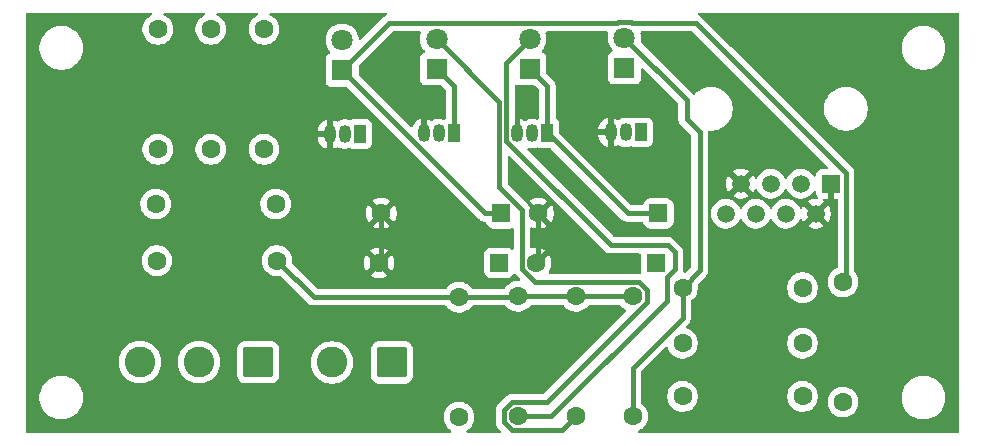
<source format=gbr>
%TF.GenerationSoftware,KiCad,Pcbnew,9.0.2*%
%TF.CreationDate,2025-06-13T14:53:56+02:00*%
%TF.ProjectId,wli,776c692e-6b69-4636-9164-5f7063625858,rev?*%
%TF.SameCoordinates,Original*%
%TF.FileFunction,Copper,L1,Top*%
%TF.FilePolarity,Positive*%
%FSLAX46Y46*%
G04 Gerber Fmt 4.6, Leading zero omitted, Abs format (unit mm)*
G04 Created by KiCad (PCBNEW 9.0.2) date 2025-06-13 14:53:56*
%MOMM*%
%LPD*%
G01*
G04 APERTURE LIST*
G04 Aperture macros list*
%AMRoundRect*
0 Rectangle with rounded corners*
0 $1 Rounding radius*
0 $2 $3 $4 $5 $6 $7 $8 $9 X,Y pos of 4 corners*
0 Add a 4 corners polygon primitive as box body*
4,1,4,$2,$3,$4,$5,$6,$7,$8,$9,$2,$3,0*
0 Add four circle primitives for the rounded corners*
1,1,$1+$1,$2,$3*
1,1,$1+$1,$4,$5*
1,1,$1+$1,$6,$7*
1,1,$1+$1,$8,$9*
0 Add four rect primitives between the rounded corners*
20,1,$1+$1,$2,$3,$4,$5,0*
20,1,$1+$1,$4,$5,$6,$7,0*
20,1,$1+$1,$6,$7,$8,$9,0*
20,1,$1+$1,$8,$9,$2,$3,0*%
G04 Aperture macros list end*
%TA.AperFunction,ComponentPad*%
%ADD10C,1.600000*%
%TD*%
%TA.AperFunction,ComponentPad*%
%ADD11RoundRect,0.250000X0.550000X0.550000X-0.550000X0.550000X-0.550000X-0.550000X0.550000X-0.550000X0*%
%TD*%
%TA.AperFunction,ComponentPad*%
%ADD12R,1.050000X1.500000*%
%TD*%
%TA.AperFunction,ComponentPad*%
%ADD13O,1.050000X1.500000*%
%TD*%
%TA.AperFunction,ComponentPad*%
%ADD14R,1.800000X1.800000*%
%TD*%
%TA.AperFunction,ComponentPad*%
%ADD15C,1.800000*%
%TD*%
%TA.AperFunction,ComponentPad*%
%ADD16RoundRect,0.250000X1.050000X1.050000X-1.050000X1.050000X-1.050000X-1.050000X1.050000X-1.050000X0*%
%TD*%
%TA.AperFunction,ComponentPad*%
%ADD17C,2.600000*%
%TD*%
%TA.AperFunction,ComponentPad*%
%ADD18R,1.500000X1.500000*%
%TD*%
%TA.AperFunction,ComponentPad*%
%ADD19C,1.500000*%
%TD*%
%TA.AperFunction,Conductor*%
%ADD20C,0.400000*%
%TD*%
G04 APERTURE END LIST*
D10*
%TO.P,R12,1*%
%TO.N,+5V*%
X165080000Y-116120000D03*
%TO.P,R12,2*%
%TO.N,Net-(D4-A)*%
X165080000Y-126280000D03*
%TD*%
D11*
%TO.P,D7,1,K*%
%TO.N,Net-(D1-K)*%
X153960000Y-109100000D03*
D10*
%TO.P,D7,2,A*%
%TO.N,GNDREF*%
X143800000Y-109100000D03*
%TD*%
%TO.P,R10,1*%
%TO.N,Net-(D3-A)*%
X169300000Y-120100000D03*
%TO.P,R10,2*%
%TO.N,Net-(D3-K)*%
X179460000Y-120100000D03*
%TD*%
%TO.P,R8,1*%
%TO.N,Net-(J2-Pin_2)*%
X129360000Y-103680000D03*
%TO.P,R8,2*%
%TO.N,Net-(Q3-B)*%
X129360000Y-93520000D03*
%TD*%
%TO.P,R9,1*%
%TO.N,+5V*%
X155380000Y-116120000D03*
%TO.P,R9,2*%
%TO.N,Net-(D3-A)*%
X155380000Y-126280000D03*
%TD*%
D12*
%TO.P,Q2,1,C*%
%TO.N,Net-(D2-K)*%
X149950000Y-102340000D03*
D13*
%TO.P,Q2,2,B*%
%TO.N,Net-(Q2-B)*%
X148680000Y-102340000D03*
%TO.P,Q2,3,E*%
%TO.N,GNDREF*%
X147410000Y-102340000D03*
%TD*%
D14*
%TO.P,D1,1,K*%
%TO.N,Net-(D1-K)*%
X140480000Y-96975000D03*
D15*
%TO.P,D1,2,A*%
%TO.N,Net-(D1-A)*%
X140480000Y-94435000D03*
%TD*%
D14*
%TO.P,D3,1,K*%
%TO.N,Net-(D3-K)*%
X156380000Y-96875000D03*
D15*
%TO.P,D3,2,A*%
%TO.N,Net-(D3-A)*%
X156380000Y-94335000D03*
%TD*%
D12*
%TO.P,Q1,1,C*%
%TO.N,Net-(D1-K)*%
X141980000Y-102400000D03*
D13*
%TO.P,Q1,2,B*%
%TO.N,Net-(Q1-B)*%
X140710000Y-102400000D03*
%TO.P,Q1,3,E*%
%TO.N,GNDREF*%
X139440000Y-102400000D03*
%TD*%
D10*
%TO.P,R2,1*%
%TO.N,+5V*%
X150380000Y-116200000D03*
%TO.P,R2,2*%
%TO.N,Net-(D1-A)*%
X150380000Y-126360000D03*
%TD*%
%TO.P,R6,1*%
%TO.N,+5V*%
X160280000Y-116120000D03*
%TO.P,R6,2*%
%TO.N,Net-(D2-A)*%
X160280000Y-126280000D03*
%TD*%
%TO.P,R7,1*%
%TO.N,Net-(D2-A)*%
X169300000Y-124600000D03*
%TO.P,R7,2*%
%TO.N,Net-(D2-K)*%
X179460000Y-124600000D03*
%TD*%
%TO.P,R11,1*%
%TO.N,Net-(J2-Pin_1)*%
X133860000Y-103680000D03*
%TO.P,R11,2*%
%TO.N,Net-(Q4-B)*%
X133860000Y-93520000D03*
%TD*%
D16*
%TO.P,J2,1,Pin_1*%
%TO.N,Net-(J2-Pin_1)*%
X144705000Y-121727500D03*
D17*
%TO.P,J2,2,Pin_2*%
%TO.N,Net-(J2-Pin_2)*%
X139625000Y-121727500D03*
%TD*%
D18*
%TO.P,J3,1*%
%TO.N,GNDREF*%
X181862500Y-106600000D03*
D19*
%TO.P,J3,2*%
X180592500Y-109140000D03*
%TO.P,J3,3*%
%TO.N,Net-(D1-K)*%
X179322500Y-106600000D03*
%TO.P,J3,4*%
%TO.N,Net-(D2-K)*%
X178052500Y-109140000D03*
%TO.P,J3,5*%
%TO.N,Net-(D3-K)*%
X176782500Y-106600000D03*
%TO.P,J3,6*%
%TO.N,Net-(D10-K)*%
X175512500Y-109140000D03*
%TO.P,J3,7*%
%TO.N,GNDREF*%
X174242500Y-106600000D03*
%TO.P,J3,8*%
%TO.N,+5V*%
X172972500Y-109140000D03*
%TD*%
D10*
%TO.P,R1,1*%
%TO.N,Net-(D1-A)*%
X182880000Y-125080000D03*
%TO.P,R1,2*%
%TO.N,Net-(D1-K)*%
X182880000Y-114920000D03*
%TD*%
D11*
%TO.P,D9,1,K*%
%TO.N,Net-(D3-K)*%
X167260000Y-109100000D03*
D10*
%TO.P,D9,2,A*%
%TO.N,GNDREF*%
X157100000Y-109100000D03*
%TD*%
D12*
%TO.P,Q4,1,C*%
%TO.N,Net-(D10-K)*%
X165750000Y-102240000D03*
D13*
%TO.P,Q4,2,B*%
%TO.N,Net-(Q4-B)*%
X164480000Y-102240000D03*
%TO.P,Q4,3,E*%
%TO.N,GNDREF*%
X163210000Y-102240000D03*
%TD*%
D16*
%TO.P,J1,1,Pin_1*%
%TO.N,Net-(J1-Pin_1)*%
X133360000Y-121700000D03*
D17*
%TO.P,J1,2,Pin_2*%
%TO.N,Net-(J1-Pin_2)*%
X128360000Y-121700000D03*
%TO.P,J1,3,Pin_3*%
%TO.N,Net-(J1-Pin_3)*%
X123360000Y-121700000D03*
%TD*%
D11*
%TO.P,D10,1,K*%
%TO.N,Net-(D10-K)*%
X167060000Y-113300000D03*
D10*
%TO.P,D10,2,A*%
%TO.N,GNDREF*%
X156900000Y-113300000D03*
%TD*%
%TO.P,R5,1*%
%TO.N,Net-(J1-Pin_1)*%
X124880000Y-103680000D03*
%TO.P,R5,2*%
%TO.N,Net-(Q2-B)*%
X124880000Y-93520000D03*
%TD*%
D14*
%TO.P,D4,1,K*%
%TO.N,Net-(D10-K)*%
X164380000Y-96775000D03*
D15*
%TO.P,D4,2,A*%
%TO.N,Net-(D4-A)*%
X164380000Y-94235000D03*
%TD*%
D11*
%TO.P,D8,1,K*%
%TO.N,Net-(D2-K)*%
X153760000Y-113300000D03*
D10*
%TO.P,D8,2,A*%
%TO.N,GNDREF*%
X143600000Y-113300000D03*
%TD*%
%TO.P,R4,1*%
%TO.N,Net-(J1-Pin_3)*%
X124800000Y-113100000D03*
%TO.P,R4,2*%
%TO.N,+5V*%
X134960000Y-113100000D03*
%TD*%
%TO.P,R13,1*%
%TO.N,Net-(D4-A)*%
X169300000Y-115400000D03*
%TO.P,R13,2*%
%TO.N,Net-(D10-K)*%
X179460000Y-115400000D03*
%TD*%
D12*
%TO.P,Q3,1,C*%
%TO.N,Net-(D3-K)*%
X157850000Y-102340000D03*
D13*
%TO.P,Q3,2,B*%
%TO.N,Net-(Q3-B)*%
X156580000Y-102340000D03*
%TO.P,Q3,3,E*%
%TO.N,GNDREF*%
X155310000Y-102340000D03*
%TD*%
D10*
%TO.P,R3,1*%
%TO.N,Net-(J1-Pin_2)*%
X124700000Y-108300000D03*
%TO.P,R3,2*%
%TO.N,Net-(Q1-B)*%
X134860000Y-108300000D03*
%TD*%
D14*
%TO.P,D2,1,K*%
%TO.N,Net-(D2-K)*%
X148480000Y-96875000D03*
D15*
%TO.P,D2,2,A*%
%TO.N,Net-(D2-A)*%
X148480000Y-94335000D03*
%TD*%
D20*
%TO.N,Net-(D1-K)*%
X163841108Y-92934000D02*
X163775108Y-93000000D01*
X182880000Y-114920000D02*
X183160000Y-114640000D01*
X152605000Y-109100000D02*
X153960000Y-109100000D01*
X140480000Y-96975000D02*
X152605000Y-109100000D01*
X183160000Y-114640000D02*
X183160000Y-105700000D01*
X164918892Y-92934000D02*
X163841108Y-92934000D01*
X164984892Y-93000000D02*
X164918892Y-92934000D01*
X163775108Y-93000000D02*
X144455000Y-93000000D01*
X144455000Y-93000000D02*
X140480000Y-96975000D01*
X170460000Y-93000000D02*
X164984892Y-93000000D01*
X183160000Y-105700000D02*
X170460000Y-93000000D01*
%TO.N,Net-(D2-A)*%
X154179000Y-126777471D02*
X154882529Y-127481000D01*
X153783000Y-106895420D02*
X155699000Y-108811420D01*
X155699000Y-113797471D02*
X156820529Y-114919000D01*
X159079000Y-127481000D02*
X160280000Y-126280000D01*
X148480000Y-94335000D02*
X153783000Y-99638000D01*
X154882529Y-125079000D02*
X154179000Y-125782529D01*
X157819471Y-125079000D02*
X154882529Y-125079000D01*
X166281000Y-116617471D02*
X157819471Y-125079000D01*
X153783000Y-99638000D02*
X153783000Y-106895420D01*
X165577471Y-114919000D02*
X166281000Y-115622529D01*
X156820529Y-114919000D02*
X165577471Y-114919000D01*
X154882529Y-127481000D02*
X159079000Y-127481000D01*
X154179000Y-125782529D02*
X154179000Y-126777471D01*
X155699000Y-108811420D02*
X155699000Y-113797471D01*
X166281000Y-115622529D02*
X166281000Y-116617471D01*
%TO.N,Net-(D2-K)*%
X149950000Y-98345000D02*
X149950000Y-102340000D01*
X148480000Y-96875000D02*
X149950000Y-98345000D01*
%TO.N,Net-(D3-K)*%
X157900000Y-102340000D02*
X164660000Y-109100000D01*
X157850000Y-98345000D02*
X157850000Y-102340000D01*
X157850000Y-102340000D02*
X157900000Y-102340000D01*
X156380000Y-96875000D02*
X157850000Y-98345000D01*
X164660000Y-109100000D02*
X167260000Y-109100000D01*
%TO.N,Net-(D3-A)*%
X168660000Y-113800000D02*
X167959000Y-114501000D01*
X167959000Y-114501000D02*
X167960000Y-114501000D01*
X155079000Y-95574000D02*
X155079000Y-95636000D01*
X156380000Y-94335000D02*
X155141000Y-95574000D01*
X154384000Y-102948562D02*
X163235438Y-111800000D01*
X155079000Y-95636000D02*
X154384000Y-96331000D01*
X158180000Y-126280000D02*
X155380000Y-126280000D01*
X167960000Y-116500000D02*
X158180000Y-126280000D01*
X155141000Y-95574000D02*
X155079000Y-95574000D01*
X168660000Y-112400000D02*
X168660000Y-113800000D01*
X168060000Y-111800000D02*
X168660000Y-112400000D01*
X167960000Y-114501000D02*
X167960000Y-116500000D01*
X163235438Y-111800000D02*
X168060000Y-111800000D01*
X154384000Y-96331000D02*
X154384000Y-102948562D01*
%TO.N,Net-(D4-A)*%
X164380000Y-94235000D02*
X169651500Y-99506500D01*
X170760000Y-102208052D02*
X170760000Y-113940000D01*
X165080000Y-122180000D02*
X165080000Y-126280000D01*
X169300000Y-115400000D02*
X169300000Y-117960000D01*
X169651500Y-99506500D02*
X169651500Y-101099552D01*
X169651500Y-101099552D02*
X170760000Y-102208052D01*
X169300000Y-117960000D02*
X165080000Y-122180000D01*
X170760000Y-113940000D02*
X169300000Y-115400000D01*
%TO.N,GNDREF*%
X157100000Y-109100000D02*
X157100000Y-113100000D01*
X157100000Y-113100000D02*
X156900000Y-113300000D01*
X143800000Y-109100000D02*
X143800000Y-113100000D01*
%TO.N,+5V*%
X160280000Y-116120000D02*
X165080000Y-116120000D01*
X150380000Y-116200000D02*
X155300000Y-116200000D01*
X134960000Y-113100000D02*
X138060000Y-116200000D01*
X155380000Y-116120000D02*
X160280000Y-116120000D01*
X155300000Y-116200000D02*
X155380000Y-116120000D01*
X138060000Y-116200000D02*
X150380000Y-116200000D01*
%TD*%
%TA.AperFunction,Conductor*%
%TO.N,GNDREF*%
G36*
X124351870Y-92120185D02*
G01*
X124397625Y-92172989D01*
X124407569Y-92242147D01*
X124378544Y-92305703D01*
X124341126Y-92334985D01*
X124198386Y-92407715D01*
X124032786Y-92528028D01*
X123888028Y-92672786D01*
X123767715Y-92838386D01*
X123674781Y-93020776D01*
X123611522Y-93215465D01*
X123579500Y-93417648D01*
X123579500Y-93622351D01*
X123611522Y-93824534D01*
X123674781Y-94019223D01*
X123767715Y-94201613D01*
X123888028Y-94367213D01*
X124032786Y-94511971D01*
X124152205Y-94598732D01*
X124198390Y-94632287D01*
X124294344Y-94681178D01*
X124380776Y-94725218D01*
X124380778Y-94725218D01*
X124380781Y-94725220D01*
X124485137Y-94759127D01*
X124575465Y-94788477D01*
X124676557Y-94804488D01*
X124777648Y-94820500D01*
X124777649Y-94820500D01*
X124982351Y-94820500D01*
X124982352Y-94820500D01*
X125184534Y-94788477D01*
X125379219Y-94725220D01*
X125561610Y-94632287D01*
X125681447Y-94545221D01*
X125727213Y-94511971D01*
X125727215Y-94511968D01*
X125727219Y-94511966D01*
X125871966Y-94367219D01*
X125871968Y-94367215D01*
X125871971Y-94367213D01*
X125935490Y-94279785D01*
X125992287Y-94201610D01*
X126085220Y-94019219D01*
X126148477Y-93824534D01*
X126180500Y-93622352D01*
X126180500Y-93417648D01*
X126148477Y-93215466D01*
X126085220Y-93020781D01*
X126085218Y-93020778D01*
X126085218Y-93020776D01*
X126051503Y-92954607D01*
X125992287Y-92838390D01*
X125984556Y-92827749D01*
X125871971Y-92672786D01*
X125727213Y-92528028D01*
X125561613Y-92407715D01*
X125561612Y-92407714D01*
X125561610Y-92407713D01*
X125469983Y-92361026D01*
X125418874Y-92334985D01*
X125368078Y-92287010D01*
X125351283Y-92219189D01*
X125373821Y-92153054D01*
X125428536Y-92109603D01*
X125475169Y-92100500D01*
X128764831Y-92100500D01*
X128831870Y-92120185D01*
X128877625Y-92172989D01*
X128887569Y-92242147D01*
X128858544Y-92305703D01*
X128821126Y-92334985D01*
X128678386Y-92407715D01*
X128512786Y-92528028D01*
X128368028Y-92672786D01*
X128247715Y-92838386D01*
X128154781Y-93020776D01*
X128091522Y-93215465D01*
X128059500Y-93417648D01*
X128059500Y-93622351D01*
X128091522Y-93824534D01*
X128154781Y-94019223D01*
X128247715Y-94201613D01*
X128368028Y-94367213D01*
X128512786Y-94511971D01*
X128632205Y-94598732D01*
X128678390Y-94632287D01*
X128774344Y-94681178D01*
X128860776Y-94725218D01*
X128860778Y-94725218D01*
X128860781Y-94725220D01*
X128965137Y-94759127D01*
X129055465Y-94788477D01*
X129156557Y-94804488D01*
X129257648Y-94820500D01*
X129257649Y-94820500D01*
X129462351Y-94820500D01*
X129462352Y-94820500D01*
X129664534Y-94788477D01*
X129859219Y-94725220D01*
X130041610Y-94632287D01*
X130161447Y-94545221D01*
X130207213Y-94511971D01*
X130207215Y-94511968D01*
X130207219Y-94511966D01*
X130351966Y-94367219D01*
X130351968Y-94367215D01*
X130351971Y-94367213D01*
X130415490Y-94279785D01*
X130472287Y-94201610D01*
X130565220Y-94019219D01*
X130628477Y-93824534D01*
X130660500Y-93622352D01*
X130660500Y-93417648D01*
X130628477Y-93215466D01*
X130565220Y-93020781D01*
X130565218Y-93020778D01*
X130565218Y-93020776D01*
X130531503Y-92954607D01*
X130472287Y-92838390D01*
X130464556Y-92827749D01*
X130351971Y-92672786D01*
X130207213Y-92528028D01*
X130041613Y-92407715D01*
X130041612Y-92407714D01*
X130041610Y-92407713D01*
X129949983Y-92361026D01*
X129898874Y-92334985D01*
X129848078Y-92287010D01*
X129831283Y-92219189D01*
X129853821Y-92153054D01*
X129908536Y-92109603D01*
X129955169Y-92100500D01*
X133264831Y-92100500D01*
X133331870Y-92120185D01*
X133377625Y-92172989D01*
X133387569Y-92242147D01*
X133358544Y-92305703D01*
X133321126Y-92334985D01*
X133178386Y-92407715D01*
X133012786Y-92528028D01*
X132868028Y-92672786D01*
X132747715Y-92838386D01*
X132654781Y-93020776D01*
X132591522Y-93215465D01*
X132559500Y-93417648D01*
X132559500Y-93622351D01*
X132591522Y-93824534D01*
X132654781Y-94019223D01*
X132747715Y-94201613D01*
X132868028Y-94367213D01*
X133012786Y-94511971D01*
X133132205Y-94598732D01*
X133178390Y-94632287D01*
X133274344Y-94681178D01*
X133360776Y-94725218D01*
X133360778Y-94725218D01*
X133360781Y-94725220D01*
X133465137Y-94759127D01*
X133555465Y-94788477D01*
X133656557Y-94804488D01*
X133757648Y-94820500D01*
X133757649Y-94820500D01*
X133962351Y-94820500D01*
X133962352Y-94820500D01*
X134164534Y-94788477D01*
X134359219Y-94725220D01*
X134541610Y-94632287D01*
X134661447Y-94545221D01*
X134707213Y-94511971D01*
X134707215Y-94511968D01*
X134707219Y-94511966D01*
X134851966Y-94367219D01*
X134851968Y-94367215D01*
X134851971Y-94367213D01*
X134915490Y-94279785D01*
X134972287Y-94201610D01*
X135065220Y-94019219D01*
X135128477Y-93824534D01*
X135160500Y-93622352D01*
X135160500Y-93417648D01*
X135128477Y-93215466D01*
X135065220Y-93020781D01*
X135065218Y-93020778D01*
X135065218Y-93020776D01*
X135031503Y-92954607D01*
X134972287Y-92838390D01*
X134964556Y-92827749D01*
X134851971Y-92672786D01*
X134707213Y-92528028D01*
X134541613Y-92407715D01*
X134541612Y-92407714D01*
X134541610Y-92407713D01*
X134449983Y-92361026D01*
X134398874Y-92334985D01*
X134348078Y-92287010D01*
X134331283Y-92219189D01*
X134353821Y-92153054D01*
X134408536Y-92109603D01*
X134455169Y-92100500D01*
X144172701Y-92100500D01*
X144239740Y-92120185D01*
X144285495Y-92172989D01*
X144295439Y-92242147D01*
X144266414Y-92305703D01*
X144220153Y-92339061D01*
X144123192Y-92379222D01*
X144008454Y-92455887D01*
X142088005Y-94376336D01*
X142026682Y-94409821D01*
X141956990Y-94404837D01*
X141901057Y-94362965D01*
X141877851Y-94308053D01*
X141873374Y-94279785D01*
X141846015Y-94107049D01*
X141781032Y-93907049D01*
X141777896Y-93897396D01*
X141777895Y-93897393D01*
X141724691Y-93792976D01*
X141677815Y-93700978D01*
X141620690Y-93622352D01*
X141548247Y-93522641D01*
X141548243Y-93522636D01*
X141392363Y-93366756D01*
X141392358Y-93366752D01*
X141214025Y-93237187D01*
X141214024Y-93237186D01*
X141214022Y-93237185D01*
X141151096Y-93205122D01*
X141017606Y-93137104D01*
X141017603Y-93137103D01*
X140807952Y-93068985D01*
X140699086Y-93051742D01*
X140590222Y-93034500D01*
X140369778Y-93034500D01*
X140297201Y-93045995D01*
X140152047Y-93068985D01*
X139942396Y-93137103D01*
X139942393Y-93137104D01*
X139745974Y-93237187D01*
X139567641Y-93366752D01*
X139567636Y-93366756D01*
X139411756Y-93522636D01*
X139411752Y-93522641D01*
X139282187Y-93700974D01*
X139182104Y-93897393D01*
X139182103Y-93897396D01*
X139113985Y-94107047D01*
X139079500Y-94324778D01*
X139079500Y-94545221D01*
X139113985Y-94762952D01*
X139182103Y-94972603D01*
X139182104Y-94972606D01*
X139282187Y-95169025D01*
X139411752Y-95347358D01*
X139411756Y-95347363D01*
X139461928Y-95397535D01*
X139495413Y-95458858D01*
X139490429Y-95528550D01*
X139448557Y-95584483D01*
X139417581Y-95601398D01*
X139337669Y-95631203D01*
X139337664Y-95631206D01*
X139222455Y-95717452D01*
X139222452Y-95717455D01*
X139136206Y-95832664D01*
X139136202Y-95832671D01*
X139085908Y-95967517D01*
X139079501Y-96027116D01*
X139079500Y-96027135D01*
X139079500Y-97922870D01*
X139079501Y-97922876D01*
X139085908Y-97982483D01*
X139136202Y-98117328D01*
X139136206Y-98117335D01*
X139222452Y-98232544D01*
X139222455Y-98232547D01*
X139337664Y-98318793D01*
X139337671Y-98318797D01*
X139472517Y-98369091D01*
X139472516Y-98369091D01*
X139479444Y-98369835D01*
X139532127Y-98375500D01*
X140838480Y-98375499D01*
X140905519Y-98395184D01*
X140926161Y-98411818D01*
X152060886Y-109546542D01*
X152113375Y-109599031D01*
X152158459Y-109644115D01*
X152273182Y-109720771D01*
X152273186Y-109720773D01*
X152273189Y-109720775D01*
X152347866Y-109751707D01*
X152400671Y-109773580D01*
X152427591Y-109778934D01*
X152524630Y-109798237D01*
X152536006Y-109800500D01*
X152536007Y-109800500D01*
X152579699Y-109800500D01*
X152646738Y-109820185D01*
X152692493Y-109872989D01*
X152697403Y-109885492D01*
X152725186Y-109969334D01*
X152817288Y-110118656D01*
X152941344Y-110242712D01*
X153090666Y-110334814D01*
X153257203Y-110389999D01*
X153359991Y-110400500D01*
X154560008Y-110400499D01*
X154662797Y-110389999D01*
X154829334Y-110334814D01*
X154829338Y-110334810D01*
X154835495Y-110332771D01*
X154905324Y-110330369D01*
X154965366Y-110366100D01*
X154996559Y-110428620D01*
X154998500Y-110450477D01*
X154998500Y-112077770D01*
X154978815Y-112144809D01*
X154926011Y-112190564D01*
X154856853Y-112200508D01*
X154793297Y-112171483D01*
X154786819Y-112165451D01*
X154778657Y-112157289D01*
X154778656Y-112157288D01*
X154649736Y-112077770D01*
X154629336Y-112065187D01*
X154629331Y-112065185D01*
X154568341Y-112044975D01*
X154462797Y-112010001D01*
X154462795Y-112010000D01*
X154360010Y-111999500D01*
X153159998Y-111999500D01*
X153159981Y-111999501D01*
X153057203Y-112010000D01*
X153057200Y-112010001D01*
X152890668Y-112065185D01*
X152890663Y-112065187D01*
X152741342Y-112157289D01*
X152617289Y-112281342D01*
X152525187Y-112430663D01*
X152525186Y-112430666D01*
X152470001Y-112597203D01*
X152470001Y-112597204D01*
X152470000Y-112597204D01*
X152459500Y-112699983D01*
X152459500Y-113900001D01*
X152459501Y-113900018D01*
X152470000Y-114002796D01*
X152470001Y-114002799D01*
X152525185Y-114169331D01*
X152525187Y-114169336D01*
X152540881Y-114194780D01*
X152617288Y-114318656D01*
X152741344Y-114442712D01*
X152890666Y-114534814D01*
X153057203Y-114589999D01*
X153159991Y-114600500D01*
X154360008Y-114600499D01*
X154462797Y-114589999D01*
X154629334Y-114534814D01*
X154778656Y-114442712D01*
X154902712Y-114318656D01*
X154946330Y-114247938D01*
X154998277Y-114201213D01*
X155067239Y-114189990D01*
X155131322Y-114217833D01*
X155150793Y-114239493D01*
X155151022Y-114239306D01*
X155154888Y-114244017D01*
X155518691Y-114607819D01*
X155552176Y-114669142D01*
X155547192Y-114738833D01*
X155505321Y-114794767D01*
X155439856Y-114819184D01*
X155431010Y-114819500D01*
X155277648Y-114819500D01*
X155253329Y-114823351D01*
X155075465Y-114851522D01*
X154880776Y-114914781D01*
X154698386Y-115007715D01*
X154532786Y-115128028D01*
X154388028Y-115272786D01*
X154267716Y-115438383D01*
X154266548Y-115440291D01*
X154265915Y-115440863D01*
X154264849Y-115442331D01*
X154264540Y-115442107D01*
X154214735Y-115487166D01*
X154160821Y-115499500D01*
X151541744Y-115499500D01*
X151474705Y-115479815D01*
X151441425Y-115448384D01*
X151437027Y-115442331D01*
X151420236Y-115419219D01*
X151371969Y-115352784D01*
X151227213Y-115208028D01*
X151061613Y-115087715D01*
X151061612Y-115087714D01*
X151061610Y-115087713D01*
X151004653Y-115058691D01*
X150879223Y-114994781D01*
X150684534Y-114931522D01*
X150509995Y-114903878D01*
X150482352Y-114899500D01*
X150277648Y-114899500D01*
X150253329Y-114903351D01*
X150075465Y-114931522D01*
X149880776Y-114994781D01*
X149698386Y-115087715D01*
X149532786Y-115208028D01*
X149388030Y-115352784D01*
X149339764Y-115419219D01*
X149322973Y-115442331D01*
X149318575Y-115448384D01*
X149263245Y-115491051D01*
X149218256Y-115499500D01*
X138401519Y-115499500D01*
X138334480Y-115479815D01*
X138313838Y-115463181D01*
X136276805Y-113426148D01*
X136274805Y-113422486D01*
X136271282Y-113420253D01*
X136258204Y-113392082D01*
X136243320Y-113364825D01*
X136243116Y-113359584D01*
X136241861Y-113356880D01*
X136241968Y-113330050D01*
X136241640Y-113321587D01*
X136241808Y-113320359D01*
X136260500Y-113202352D01*
X136260500Y-113197682D01*
X142300000Y-113197682D01*
X142300000Y-113402317D01*
X142332009Y-113604417D01*
X142395244Y-113799031D01*
X142488141Y-113981350D01*
X142488147Y-113981359D01*
X142520523Y-114025921D01*
X142520524Y-114025922D01*
X143200000Y-113346446D01*
X143200000Y-113352661D01*
X143227259Y-113454394D01*
X143279920Y-113545606D01*
X143354394Y-113620080D01*
X143445606Y-113672741D01*
X143547339Y-113700000D01*
X143553553Y-113700000D01*
X142874076Y-114379474D01*
X142918650Y-114411859D01*
X143100968Y-114504755D01*
X143295582Y-114567990D01*
X143497683Y-114600000D01*
X143702317Y-114600000D01*
X143904417Y-114567990D01*
X144099031Y-114504755D01*
X144281349Y-114411859D01*
X144325921Y-114379474D01*
X143646447Y-113700000D01*
X143652661Y-113700000D01*
X143754394Y-113672741D01*
X143845606Y-113620080D01*
X143920080Y-113545606D01*
X143972741Y-113454394D01*
X144000000Y-113352661D01*
X144000000Y-113346448D01*
X144679474Y-114025922D01*
X144679474Y-114025921D01*
X144711859Y-113981349D01*
X144804755Y-113799031D01*
X144867990Y-113604417D01*
X144900000Y-113402317D01*
X144900000Y-113197682D01*
X144867990Y-112995582D01*
X144804755Y-112800968D01*
X144711859Y-112618650D01*
X144679474Y-112574077D01*
X144679474Y-112574076D01*
X144000000Y-113253551D01*
X144000000Y-113247339D01*
X143972741Y-113145606D01*
X143920080Y-113054394D01*
X143845606Y-112979920D01*
X143754394Y-112927259D01*
X143652661Y-112900000D01*
X143646446Y-112900000D01*
X144325922Y-112220524D01*
X144325921Y-112220523D01*
X144281359Y-112188147D01*
X144281350Y-112188141D01*
X144099031Y-112095244D01*
X143904417Y-112032009D01*
X143702317Y-112000000D01*
X143497683Y-112000000D01*
X143295582Y-112032009D01*
X143100968Y-112095244D01*
X142918644Y-112188143D01*
X142874077Y-112220523D01*
X142874077Y-112220524D01*
X143553554Y-112900000D01*
X143547339Y-112900000D01*
X143445606Y-112927259D01*
X143354394Y-112979920D01*
X143279920Y-113054394D01*
X143227259Y-113145606D01*
X143200000Y-113247339D01*
X143200000Y-113253553D01*
X142520524Y-112574077D01*
X142520523Y-112574077D01*
X142488143Y-112618644D01*
X142395244Y-112800968D01*
X142332009Y-112995582D01*
X142300000Y-113197682D01*
X136260500Y-113197682D01*
X136260500Y-112997648D01*
X136245034Y-112900000D01*
X136228477Y-112795465D01*
X136197453Y-112699983D01*
X136165220Y-112600781D01*
X136165218Y-112600778D01*
X136165218Y-112600776D01*
X136100408Y-112473581D01*
X136072287Y-112418390D01*
X136066829Y-112410878D01*
X136015820Y-112340668D01*
X135951971Y-112252786D01*
X135807213Y-112108028D01*
X135641613Y-111987715D01*
X135641612Y-111987714D01*
X135641610Y-111987713D01*
X135560123Y-111946193D01*
X135459223Y-111894781D01*
X135264534Y-111831522D01*
X135089995Y-111803878D01*
X135062352Y-111799500D01*
X134857648Y-111799500D01*
X134833329Y-111803351D01*
X134655465Y-111831522D01*
X134460776Y-111894781D01*
X134278386Y-111987715D01*
X134112786Y-112108028D01*
X133968028Y-112252786D01*
X133847715Y-112418386D01*
X133754781Y-112600776D01*
X133691522Y-112795465D01*
X133659500Y-112997648D01*
X133659500Y-113202351D01*
X133691522Y-113404534D01*
X133754781Y-113599223D01*
X133847715Y-113781613D01*
X133968028Y-113947213D01*
X134112786Y-114091971D01*
X134254293Y-114194780D01*
X134278390Y-114212287D01*
X134394607Y-114271503D01*
X134460776Y-114305218D01*
X134460778Y-114305218D01*
X134460781Y-114305220D01*
X134565137Y-114339127D01*
X134655465Y-114368477D01*
X134756557Y-114384488D01*
X134857648Y-114400500D01*
X134857649Y-114400500D01*
X135062350Y-114400500D01*
X135062352Y-114400500D01*
X135179068Y-114382013D01*
X135248362Y-114390967D01*
X135286148Y-114416805D01*
X137613453Y-116744111D01*
X137613454Y-116744112D01*
X137728192Y-116820777D01*
X137850930Y-116871616D01*
X137855672Y-116873580D01*
X137855676Y-116873580D01*
X137855677Y-116873581D01*
X137991003Y-116900500D01*
X137991006Y-116900500D01*
X137991007Y-116900500D01*
X149218256Y-116900500D01*
X149285295Y-116920185D01*
X149318574Y-116951615D01*
X149329911Y-116967219D01*
X149388030Y-117047215D01*
X149532786Y-117191971D01*
X149676416Y-117296322D01*
X149698390Y-117312287D01*
X149800163Y-117364143D01*
X149880776Y-117405218D01*
X149880778Y-117405218D01*
X149880781Y-117405220D01*
X149957902Y-117430278D01*
X150075465Y-117468477D01*
X150176557Y-117484488D01*
X150277648Y-117500500D01*
X150277649Y-117500500D01*
X150482351Y-117500500D01*
X150482352Y-117500500D01*
X150684534Y-117468477D01*
X150879219Y-117405220D01*
X151061610Y-117312287D01*
X151154590Y-117244732D01*
X151227213Y-117191971D01*
X151227215Y-117191968D01*
X151227219Y-117191966D01*
X151371966Y-117047219D01*
X151441425Y-116951615D01*
X151496755Y-116908949D01*
X151541744Y-116900500D01*
X154276378Y-116900500D01*
X154343417Y-116920185D01*
X154376696Y-116951615D01*
X154388028Y-116967212D01*
X154388032Y-116967217D01*
X154532786Y-117111971D01*
X154642892Y-117191966D01*
X154698390Y-117232287D01*
X154814607Y-117291503D01*
X154880776Y-117325218D01*
X154880778Y-117325218D01*
X154880781Y-117325220D01*
X154985137Y-117359127D01*
X155075465Y-117388477D01*
X155176557Y-117404488D01*
X155277648Y-117420500D01*
X155277649Y-117420500D01*
X155482351Y-117420500D01*
X155482352Y-117420500D01*
X155684534Y-117388477D01*
X155879219Y-117325220D01*
X156061610Y-117232287D01*
X156174155Y-117150519D01*
X156227213Y-117111971D01*
X156227215Y-117111968D01*
X156227219Y-117111966D01*
X156371966Y-116967219D01*
X156441425Y-116871615D01*
X156496755Y-116828949D01*
X156541744Y-116820500D01*
X159118256Y-116820500D01*
X159185295Y-116840185D01*
X159218574Y-116871615D01*
X159231863Y-116889906D01*
X159288030Y-116967215D01*
X159432786Y-117111971D01*
X159542892Y-117191966D01*
X159598390Y-117232287D01*
X159714607Y-117291503D01*
X159780776Y-117325218D01*
X159780778Y-117325218D01*
X159780781Y-117325220D01*
X159885137Y-117359127D01*
X159975465Y-117388477D01*
X160076557Y-117404488D01*
X160177648Y-117420500D01*
X160177649Y-117420500D01*
X160382351Y-117420500D01*
X160382352Y-117420500D01*
X160584534Y-117388477D01*
X160779219Y-117325220D01*
X160961610Y-117232287D01*
X161074155Y-117150519D01*
X161127213Y-117111971D01*
X161127215Y-117111968D01*
X161127219Y-117111966D01*
X161271966Y-116967219D01*
X161341425Y-116871615D01*
X161396755Y-116828949D01*
X161441744Y-116820500D01*
X163918256Y-116820500D01*
X163985295Y-116840185D01*
X164018574Y-116871615D01*
X164031863Y-116889906D01*
X164088030Y-116967215D01*
X164232786Y-117111971D01*
X164398385Y-117232284D01*
X164398387Y-117232285D01*
X164398390Y-117232287D01*
X164429912Y-117248348D01*
X164480708Y-117296322D01*
X164497503Y-117364143D01*
X164474966Y-117430278D01*
X164461298Y-117446514D01*
X157565633Y-124342181D01*
X157504310Y-124375666D01*
X157477952Y-124378500D01*
X154813534Y-124378500D01*
X154746874Y-124391760D01*
X154713543Y-124398390D01*
X154678200Y-124405420D01*
X154678199Y-124405420D01*
X154550719Y-124458224D01*
X154435983Y-124534887D01*
X153634887Y-125335983D01*
X153558223Y-125450721D01*
X153505421Y-125578197D01*
X153505418Y-125578208D01*
X153502681Y-125591971D01*
X153490336Y-125654035D01*
X153478500Y-125713536D01*
X153478500Y-126708477D01*
X153478500Y-126846465D01*
X153478500Y-126846467D01*
X153478499Y-126846467D01*
X153505418Y-126981793D01*
X153505421Y-126981803D01*
X153558222Y-127109278D01*
X153634887Y-127224016D01*
X153634888Y-127224017D01*
X153898691Y-127487819D01*
X153932176Y-127549142D01*
X153927192Y-127618833D01*
X153885321Y-127674767D01*
X153819856Y-127699184D01*
X153811010Y-127699500D01*
X151130503Y-127699500D01*
X151063464Y-127679815D01*
X151017709Y-127627011D01*
X151007765Y-127557853D01*
X151036790Y-127494297D01*
X151058347Y-127476084D01*
X151057669Y-127475151D01*
X151227213Y-127351971D01*
X151227215Y-127351968D01*
X151227219Y-127351966D01*
X151371966Y-127207219D01*
X151371968Y-127207215D01*
X151371971Y-127207213D01*
X151443121Y-127109282D01*
X151492287Y-127041610D01*
X151585220Y-126859219D01*
X151648477Y-126664534D01*
X151680500Y-126462352D01*
X151680500Y-126257648D01*
X151667829Y-126177648D01*
X151648477Y-126055465D01*
X151598125Y-125900500D01*
X151585220Y-125860781D01*
X151585218Y-125860778D01*
X151585218Y-125860776D01*
X151534690Y-125761610D01*
X151492287Y-125678390D01*
X151474592Y-125654035D01*
X151371971Y-125512786D01*
X151227213Y-125368028D01*
X151061613Y-125247715D01*
X151061612Y-125247714D01*
X151061610Y-125247713D01*
X151004420Y-125218573D01*
X150879223Y-125154781D01*
X150684534Y-125091522D01*
X150509995Y-125063878D01*
X150482352Y-125059500D01*
X150277648Y-125059500D01*
X150263196Y-125061789D01*
X150075465Y-125091522D01*
X149880776Y-125154781D01*
X149698386Y-125247715D01*
X149532786Y-125368028D01*
X149388028Y-125512786D01*
X149267715Y-125678386D01*
X149174781Y-125860776D01*
X149111522Y-126055465D01*
X149079500Y-126257648D01*
X149079500Y-126462351D01*
X149111522Y-126664534D01*
X149174781Y-126859223D01*
X149267715Y-127041613D01*
X149388028Y-127207213D01*
X149532786Y-127351971D01*
X149702331Y-127475151D01*
X149700861Y-127477173D01*
X149740967Y-127521181D01*
X149752638Y-127590069D01*
X149725213Y-127654332D01*
X149667399Y-127693565D01*
X149629497Y-127699500D01*
X113824500Y-127699500D01*
X113757461Y-127679815D01*
X113711706Y-127627011D01*
X113700500Y-127575500D01*
X113700500Y-124578711D01*
X114849500Y-124578711D01*
X114849500Y-124821288D01*
X114880860Y-125059500D01*
X114881162Y-125061789D01*
X114896292Y-125118255D01*
X114943947Y-125296104D01*
X115007992Y-125450721D01*
X115036776Y-125520212D01*
X115158064Y-125730289D01*
X115158066Y-125730292D01*
X115158067Y-125730293D01*
X115305733Y-125922736D01*
X115305739Y-125922743D01*
X115477256Y-126094260D01*
X115477262Y-126094265D01*
X115669711Y-126241936D01*
X115879788Y-126363224D01*
X116103900Y-126456054D01*
X116338211Y-126518838D01*
X116518586Y-126542584D01*
X116578711Y-126550500D01*
X116578712Y-126550500D01*
X116821289Y-126550500D01*
X116869388Y-126544167D01*
X117061789Y-126518838D01*
X117296100Y-126456054D01*
X117520212Y-126363224D01*
X117730289Y-126241936D01*
X117922738Y-126094265D01*
X118094265Y-125922738D01*
X118241936Y-125730289D01*
X118363224Y-125520212D01*
X118456054Y-125296100D01*
X118518838Y-125061789D01*
X118550500Y-124821288D01*
X118550500Y-124578712D01*
X118518838Y-124338211D01*
X118456054Y-124103900D01*
X118363224Y-123879788D01*
X118241936Y-123669711D01*
X118112096Y-123500500D01*
X118094266Y-123477263D01*
X118094260Y-123477256D01*
X117922743Y-123305739D01*
X117922736Y-123305733D01*
X117730293Y-123158067D01*
X117730292Y-123158066D01*
X117730289Y-123158064D01*
X117520212Y-123036776D01*
X117520205Y-123036773D01*
X117296104Y-122943947D01*
X117061785Y-122881161D01*
X116821289Y-122849500D01*
X116821288Y-122849500D01*
X116578712Y-122849500D01*
X116578711Y-122849500D01*
X116338214Y-122881161D01*
X116103895Y-122943947D01*
X115879794Y-123036773D01*
X115879785Y-123036777D01*
X115669706Y-123158067D01*
X115477263Y-123305733D01*
X115477256Y-123305739D01*
X115305739Y-123477256D01*
X115305733Y-123477263D01*
X115158067Y-123669706D01*
X115036777Y-123879785D01*
X115036773Y-123879794D01*
X114943947Y-124103895D01*
X114881161Y-124338214D01*
X114849500Y-124578711D01*
X113700500Y-124578711D01*
X113700500Y-121581995D01*
X121559500Y-121581995D01*
X121559500Y-121818004D01*
X121559501Y-121818020D01*
X121590306Y-122052010D01*
X121651394Y-122279993D01*
X121741714Y-122498045D01*
X121741719Y-122498056D01*
X121812677Y-122620957D01*
X121859727Y-122702450D01*
X121859729Y-122702453D01*
X121859730Y-122702454D01*
X122003406Y-122889697D01*
X122003412Y-122889704D01*
X122170295Y-123056587D01*
X122170302Y-123056593D01*
X122222745Y-123096834D01*
X122357550Y-123200273D01*
X122488918Y-123276118D01*
X122561943Y-123318280D01*
X122561948Y-123318282D01*
X122561951Y-123318284D01*
X122780007Y-123408606D01*
X123007986Y-123469693D01*
X123241989Y-123500500D01*
X123241996Y-123500500D01*
X123478004Y-123500500D01*
X123478011Y-123500500D01*
X123712014Y-123469693D01*
X123939993Y-123408606D01*
X124158049Y-123318284D01*
X124362450Y-123200273D01*
X124549699Y-123056592D01*
X124716592Y-122889699D01*
X124860273Y-122702450D01*
X124978284Y-122498049D01*
X125068606Y-122279993D01*
X125129693Y-122052014D01*
X125160500Y-121818011D01*
X125160500Y-121581995D01*
X126559500Y-121581995D01*
X126559500Y-121818004D01*
X126559501Y-121818020D01*
X126590306Y-122052010D01*
X126651394Y-122279993D01*
X126741714Y-122498045D01*
X126741719Y-122498056D01*
X126812677Y-122620957D01*
X126859727Y-122702450D01*
X126859729Y-122702453D01*
X126859730Y-122702454D01*
X127003406Y-122889697D01*
X127003412Y-122889704D01*
X127170295Y-123056587D01*
X127170302Y-123056593D01*
X127222745Y-123096834D01*
X127357550Y-123200273D01*
X127488918Y-123276118D01*
X127561943Y-123318280D01*
X127561948Y-123318282D01*
X127561951Y-123318284D01*
X127780007Y-123408606D01*
X128007986Y-123469693D01*
X128241989Y-123500500D01*
X128241996Y-123500500D01*
X128478004Y-123500500D01*
X128478011Y-123500500D01*
X128712014Y-123469693D01*
X128939993Y-123408606D01*
X129158049Y-123318284D01*
X129362450Y-123200273D01*
X129549699Y-123056592D01*
X129716592Y-122889699D01*
X129860273Y-122702450D01*
X129978284Y-122498049D01*
X130068606Y-122279993D01*
X130129693Y-122052014D01*
X130160500Y-121818011D01*
X130160500Y-121581989D01*
X130129693Y-121347986D01*
X130068606Y-121120007D01*
X129978284Y-120901951D01*
X129978282Y-120901948D01*
X129978280Y-120901943D01*
X129876150Y-120725050D01*
X129860273Y-120697550D01*
X129785414Y-120599992D01*
X129785407Y-120599983D01*
X131559500Y-120599983D01*
X131559500Y-122800001D01*
X131559501Y-122800018D01*
X131570000Y-122902796D01*
X131570001Y-122902799D01*
X131625185Y-123069331D01*
X131625187Y-123069336D01*
X131634289Y-123084092D01*
X131717288Y-123218656D01*
X131841344Y-123342712D01*
X131990666Y-123434814D01*
X132157203Y-123489999D01*
X132259991Y-123500500D01*
X134460008Y-123500499D01*
X134562797Y-123489999D01*
X134729334Y-123434814D01*
X134878656Y-123342712D01*
X135002712Y-123218656D01*
X135094814Y-123069334D01*
X135149999Y-122902797D01*
X135160500Y-122800009D01*
X135160499Y-121609495D01*
X137824500Y-121609495D01*
X137824500Y-121845504D01*
X137824501Y-121845520D01*
X137855306Y-122079510D01*
X137916394Y-122307493D01*
X138006714Y-122525545D01*
X138006719Y-122525556D01*
X138077677Y-122648457D01*
X138124727Y-122729950D01*
X138124729Y-122729953D01*
X138124730Y-122729954D01*
X138268406Y-122917197D01*
X138268412Y-122917204D01*
X138435295Y-123084087D01*
X138435302Y-123084093D01*
X138451909Y-123096836D01*
X138622550Y-123227773D01*
X138746785Y-123299500D01*
X138826943Y-123345780D01*
X138826948Y-123345782D01*
X138826951Y-123345784D01*
X139045007Y-123436106D01*
X139272986Y-123497193D01*
X139506989Y-123528000D01*
X139506996Y-123528000D01*
X139743004Y-123528000D01*
X139743011Y-123528000D01*
X139977014Y-123497193D01*
X140204993Y-123436106D01*
X140423049Y-123345784D01*
X140627450Y-123227773D01*
X140814699Y-123084092D01*
X140981592Y-122917199D01*
X141125273Y-122729950D01*
X141243284Y-122525549D01*
X141333606Y-122307493D01*
X141394693Y-122079514D01*
X141425500Y-121845511D01*
X141425500Y-121609489D01*
X141394693Y-121375486D01*
X141333606Y-121147507D01*
X141243284Y-120929451D01*
X141243282Y-120929448D01*
X141243280Y-120929443D01*
X141187510Y-120832848D01*
X141125273Y-120725050D01*
X141104172Y-120697550D01*
X141050408Y-120627483D01*
X142904500Y-120627483D01*
X142904500Y-122827501D01*
X142904501Y-122827518D01*
X142915000Y-122930296D01*
X142915001Y-122930299D01*
X142950285Y-123036777D01*
X142970186Y-123096834D01*
X143062288Y-123246156D01*
X143186344Y-123370212D01*
X143335666Y-123462314D01*
X143502203Y-123517499D01*
X143604991Y-123528000D01*
X145805008Y-123527999D01*
X145907797Y-123517499D01*
X146074334Y-123462314D01*
X146223656Y-123370212D01*
X146347712Y-123246156D01*
X146439814Y-123096834D01*
X146494999Y-122930297D01*
X146505500Y-122827509D01*
X146505499Y-120627492D01*
X146502690Y-120599998D01*
X146494999Y-120524703D01*
X146494998Y-120524700D01*
X146456222Y-120407683D01*
X146439814Y-120358166D01*
X146347712Y-120208844D01*
X146223656Y-120084788D01*
X146074334Y-119992686D01*
X145907797Y-119937501D01*
X145907795Y-119937500D01*
X145805010Y-119927000D01*
X143604998Y-119927000D01*
X143604981Y-119927001D01*
X143502203Y-119937500D01*
X143502200Y-119937501D01*
X143335668Y-119992685D01*
X143335663Y-119992687D01*
X143186342Y-120084789D01*
X143062289Y-120208842D01*
X142970187Y-120358163D01*
X142970185Y-120358168D01*
X142963222Y-120379182D01*
X142915001Y-120524703D01*
X142915001Y-120524704D01*
X142915000Y-120524704D01*
X142904500Y-120627483D01*
X141050408Y-120627483D01*
X140981593Y-120537802D01*
X140981587Y-120537795D01*
X140814704Y-120370912D01*
X140814697Y-120370906D01*
X140627454Y-120227230D01*
X140627453Y-120227229D01*
X140627450Y-120227227D01*
X140545957Y-120180177D01*
X140423056Y-120109219D01*
X140423045Y-120109214D01*
X140204993Y-120018894D01*
X140004556Y-119965187D01*
X139977014Y-119957807D01*
X139977013Y-119957806D01*
X139977010Y-119957806D01*
X139743020Y-119927001D01*
X139743017Y-119927000D01*
X139743011Y-119927000D01*
X139506989Y-119927000D01*
X139506983Y-119927000D01*
X139506979Y-119927001D01*
X139272989Y-119957806D01*
X139045006Y-120018894D01*
X138826954Y-120109214D01*
X138826943Y-120109219D01*
X138622545Y-120227230D01*
X138435302Y-120370906D01*
X138435295Y-120370912D01*
X138268412Y-120537795D01*
X138268406Y-120537802D01*
X138124730Y-120725045D01*
X138006719Y-120929443D01*
X138006714Y-120929454D01*
X137916394Y-121147506D01*
X137855306Y-121375489D01*
X137824501Y-121609479D01*
X137824500Y-121609495D01*
X135160499Y-121609495D01*
X135160499Y-120599992D01*
X135160420Y-120599223D01*
X135149999Y-120497203D01*
X135149998Y-120497200D01*
X135136692Y-120457045D01*
X135094814Y-120330666D01*
X135002712Y-120181344D01*
X134878656Y-120057288D01*
X134781964Y-119997648D01*
X134729336Y-119965187D01*
X134729331Y-119965185D01*
X134727862Y-119964698D01*
X134562797Y-119910001D01*
X134562795Y-119910000D01*
X134460010Y-119899500D01*
X132259998Y-119899500D01*
X132259981Y-119899501D01*
X132157203Y-119910000D01*
X132157200Y-119910001D01*
X131990668Y-119965185D01*
X131990663Y-119965187D01*
X131841342Y-120057289D01*
X131717289Y-120181342D01*
X131625187Y-120330663D01*
X131625185Y-120330668D01*
X131599665Y-120407683D01*
X131570001Y-120497203D01*
X131570001Y-120497204D01*
X131570000Y-120497204D01*
X131559500Y-120599983D01*
X129785407Y-120599983D01*
X129716593Y-120510302D01*
X129716587Y-120510295D01*
X129549704Y-120343412D01*
X129549697Y-120343406D01*
X129362454Y-120199730D01*
X129362453Y-120199729D01*
X129362450Y-120199727D01*
X129280957Y-120152677D01*
X129158056Y-120081719D01*
X129158045Y-120081714D01*
X128939993Y-119991394D01*
X128738862Y-119937501D01*
X128712014Y-119930307D01*
X128712013Y-119930306D01*
X128712010Y-119930306D01*
X128478020Y-119899501D01*
X128478017Y-119899500D01*
X128478011Y-119899500D01*
X128241989Y-119899500D01*
X128241983Y-119899500D01*
X128241979Y-119899501D01*
X128007989Y-119930306D01*
X127780006Y-119991394D01*
X127561954Y-120081714D01*
X127561943Y-120081719D01*
X127357545Y-120199730D01*
X127170302Y-120343406D01*
X127170295Y-120343412D01*
X127003412Y-120510295D01*
X127003406Y-120510302D01*
X126859730Y-120697545D01*
X126741719Y-120901943D01*
X126741714Y-120901954D01*
X126651394Y-121120006D01*
X126590306Y-121347989D01*
X126559501Y-121581979D01*
X126559500Y-121581995D01*
X125160500Y-121581995D01*
X125160500Y-121581989D01*
X125129693Y-121347986D01*
X125068606Y-121120007D01*
X124978284Y-120901951D01*
X124978282Y-120901948D01*
X124978280Y-120901943D01*
X124936118Y-120828918D01*
X124860273Y-120697550D01*
X124737694Y-120537802D01*
X124716593Y-120510302D01*
X124716587Y-120510295D01*
X124549704Y-120343412D01*
X124549697Y-120343406D01*
X124362454Y-120199730D01*
X124362453Y-120199729D01*
X124362450Y-120199727D01*
X124280957Y-120152677D01*
X124158056Y-120081719D01*
X124158045Y-120081714D01*
X123939993Y-119991394D01*
X123738862Y-119937501D01*
X123712014Y-119930307D01*
X123712013Y-119930306D01*
X123712010Y-119930306D01*
X123478020Y-119899501D01*
X123478017Y-119899500D01*
X123478011Y-119899500D01*
X123241989Y-119899500D01*
X123241983Y-119899500D01*
X123241979Y-119899501D01*
X123007989Y-119930306D01*
X122780006Y-119991394D01*
X122561954Y-120081714D01*
X122561943Y-120081719D01*
X122357545Y-120199730D01*
X122170302Y-120343406D01*
X122170295Y-120343412D01*
X122003412Y-120510295D01*
X122003406Y-120510302D01*
X121859730Y-120697545D01*
X121741719Y-120901943D01*
X121741714Y-120901954D01*
X121651394Y-121120006D01*
X121590306Y-121347989D01*
X121559501Y-121581979D01*
X121559500Y-121581995D01*
X113700500Y-121581995D01*
X113700500Y-112997648D01*
X123499500Y-112997648D01*
X123499500Y-113202351D01*
X123531522Y-113404534D01*
X123594781Y-113599223D01*
X123687715Y-113781613D01*
X123808028Y-113947213D01*
X123952786Y-114091971D01*
X124094293Y-114194780D01*
X124118390Y-114212287D01*
X124234607Y-114271503D01*
X124300776Y-114305218D01*
X124300778Y-114305218D01*
X124300781Y-114305220D01*
X124405137Y-114339127D01*
X124495465Y-114368477D01*
X124596557Y-114384488D01*
X124697648Y-114400500D01*
X124697649Y-114400500D01*
X124902351Y-114400500D01*
X124902352Y-114400500D01*
X125104534Y-114368477D01*
X125299219Y-114305220D01*
X125481610Y-114212287D01*
X125592773Y-114131523D01*
X125647213Y-114091971D01*
X125647215Y-114091968D01*
X125647219Y-114091966D01*
X125791966Y-113947219D01*
X125791968Y-113947215D01*
X125791971Y-113947213D01*
X125848799Y-113868994D01*
X125912287Y-113781610D01*
X126005220Y-113599219D01*
X126068477Y-113404534D01*
X126100500Y-113202352D01*
X126100500Y-112997648D01*
X126085034Y-112900000D01*
X126068477Y-112795465D01*
X126037453Y-112699983D01*
X126005220Y-112600781D01*
X126005218Y-112600778D01*
X126005218Y-112600776D01*
X125940408Y-112473581D01*
X125912287Y-112418390D01*
X125858323Y-112344114D01*
X125791971Y-112252786D01*
X125647213Y-112108028D01*
X125481613Y-111987715D01*
X125481612Y-111987714D01*
X125481610Y-111987713D01*
X125400123Y-111946193D01*
X125299223Y-111894781D01*
X125104534Y-111831522D01*
X124929995Y-111803878D01*
X124902352Y-111799500D01*
X124697648Y-111799500D01*
X124673329Y-111803351D01*
X124495465Y-111831522D01*
X124300776Y-111894781D01*
X124118386Y-111987715D01*
X123952786Y-112108028D01*
X123808028Y-112252786D01*
X123687715Y-112418386D01*
X123594781Y-112600776D01*
X123531522Y-112795465D01*
X123499500Y-112997648D01*
X113700500Y-112997648D01*
X113700500Y-108197648D01*
X123399500Y-108197648D01*
X123399500Y-108402352D01*
X123402081Y-108418650D01*
X123431522Y-108604534D01*
X123494781Y-108799223D01*
X123587715Y-108981613D01*
X123708028Y-109147213D01*
X123852786Y-109291971D01*
X124007558Y-109404417D01*
X124018390Y-109412287D01*
X124134607Y-109471503D01*
X124200776Y-109505218D01*
X124200778Y-109505218D01*
X124200781Y-109505220D01*
X124305137Y-109539127D01*
X124395465Y-109568477D01*
X124425165Y-109573181D01*
X124597648Y-109600500D01*
X124597649Y-109600500D01*
X124802351Y-109600500D01*
X124802352Y-109600500D01*
X125004534Y-109568477D01*
X125199219Y-109505220D01*
X125381610Y-109412287D01*
X125474590Y-109344732D01*
X125547213Y-109291971D01*
X125547215Y-109291968D01*
X125547219Y-109291966D01*
X125691966Y-109147219D01*
X125691968Y-109147215D01*
X125691971Y-109147213D01*
X125764532Y-109047339D01*
X125812287Y-108981610D01*
X125905220Y-108799219D01*
X125968477Y-108604534D01*
X126000500Y-108402352D01*
X126000500Y-108197648D01*
X133559500Y-108197648D01*
X133559500Y-108402352D01*
X133562081Y-108418650D01*
X133591522Y-108604534D01*
X133654781Y-108799223D01*
X133747715Y-108981613D01*
X133868028Y-109147213D01*
X134012786Y-109291971D01*
X134167558Y-109404417D01*
X134178390Y-109412287D01*
X134294607Y-109471503D01*
X134360776Y-109505218D01*
X134360778Y-109505218D01*
X134360781Y-109505220D01*
X134465137Y-109539127D01*
X134555465Y-109568477D01*
X134585165Y-109573181D01*
X134757648Y-109600500D01*
X134757649Y-109600500D01*
X134962351Y-109600500D01*
X134962352Y-109600500D01*
X135164534Y-109568477D01*
X135359219Y-109505220D01*
X135541610Y-109412287D01*
X135634590Y-109344732D01*
X135707213Y-109291971D01*
X135707215Y-109291968D01*
X135707219Y-109291966D01*
X135851966Y-109147219D01*
X135851968Y-109147215D01*
X135851971Y-109147213D01*
X135924532Y-109047339D01*
X135960610Y-108997682D01*
X142500000Y-108997682D01*
X142500000Y-109202317D01*
X142532009Y-109404417D01*
X142595244Y-109599031D01*
X142688141Y-109781350D01*
X142688147Y-109781359D01*
X142720523Y-109825921D01*
X142720524Y-109825922D01*
X143400000Y-109146446D01*
X143400000Y-109152661D01*
X143427259Y-109254394D01*
X143479920Y-109345606D01*
X143554394Y-109420080D01*
X143645606Y-109472741D01*
X143747339Y-109500000D01*
X143753553Y-109500000D01*
X143074076Y-110179474D01*
X143118650Y-110211859D01*
X143300968Y-110304755D01*
X143495582Y-110367990D01*
X143697683Y-110400000D01*
X143902317Y-110400000D01*
X144104417Y-110367990D01*
X144299031Y-110304755D01*
X144481349Y-110211859D01*
X144525921Y-110179474D01*
X143846447Y-109500000D01*
X143852661Y-109500000D01*
X143954394Y-109472741D01*
X144045606Y-109420080D01*
X144120080Y-109345606D01*
X144172741Y-109254394D01*
X144200000Y-109152661D01*
X144200000Y-109146447D01*
X144879474Y-109825921D01*
X144911859Y-109781349D01*
X145004755Y-109599031D01*
X145067990Y-109404417D01*
X145100000Y-109202317D01*
X145100000Y-108997682D01*
X145067990Y-108795582D01*
X145004755Y-108600968D01*
X144911859Y-108418650D01*
X144879474Y-108374077D01*
X144879474Y-108374076D01*
X144200000Y-109053551D01*
X144200000Y-109047339D01*
X144172741Y-108945606D01*
X144120080Y-108854394D01*
X144045606Y-108779920D01*
X143954394Y-108727259D01*
X143852661Y-108700000D01*
X143846446Y-108700000D01*
X144525922Y-108020524D01*
X144525921Y-108020523D01*
X144481359Y-107988147D01*
X144481350Y-107988141D01*
X144299031Y-107895244D01*
X144104417Y-107832009D01*
X143902317Y-107800000D01*
X143697683Y-107800000D01*
X143495582Y-107832009D01*
X143300968Y-107895244D01*
X143118644Y-107988143D01*
X143074077Y-108020523D01*
X143074077Y-108020524D01*
X143753554Y-108700000D01*
X143747339Y-108700000D01*
X143645606Y-108727259D01*
X143554394Y-108779920D01*
X143479920Y-108854394D01*
X143427259Y-108945606D01*
X143400000Y-109047339D01*
X143400000Y-109053553D01*
X142720524Y-108374077D01*
X142720523Y-108374077D01*
X142688143Y-108418644D01*
X142595244Y-108600968D01*
X142532009Y-108795582D01*
X142500000Y-108997682D01*
X135960610Y-108997682D01*
X135972287Y-108981610D01*
X136065220Y-108799219D01*
X136128477Y-108604534D01*
X136160500Y-108402352D01*
X136160500Y-108197648D01*
X136128477Y-107995466D01*
X136123814Y-107981116D01*
X136094209Y-107890000D01*
X136065220Y-107800781D01*
X136065218Y-107800778D01*
X136065218Y-107800776D01*
X136023465Y-107718833D01*
X135972287Y-107618390D01*
X135950076Y-107587819D01*
X135851971Y-107452786D01*
X135707213Y-107308028D01*
X135541613Y-107187715D01*
X135541612Y-107187714D01*
X135541610Y-107187713D01*
X135484653Y-107158691D01*
X135359223Y-107094781D01*
X135164534Y-107031522D01*
X134989995Y-107003878D01*
X134962352Y-106999500D01*
X134757648Y-106999500D01*
X134733329Y-107003351D01*
X134555465Y-107031522D01*
X134360776Y-107094781D01*
X134178386Y-107187715D01*
X134012786Y-107308028D01*
X133868028Y-107452786D01*
X133747715Y-107618386D01*
X133654781Y-107800776D01*
X133591522Y-107995465D01*
X133561318Y-108186172D01*
X133559500Y-108197648D01*
X126000500Y-108197648D01*
X125984451Y-108096319D01*
X125968477Y-107995465D01*
X125934209Y-107890000D01*
X125905220Y-107800781D01*
X125905218Y-107800778D01*
X125905218Y-107800776D01*
X125863465Y-107718833D01*
X125812287Y-107618390D01*
X125790076Y-107587819D01*
X125691971Y-107452786D01*
X125547213Y-107308028D01*
X125381613Y-107187715D01*
X125381612Y-107187714D01*
X125381610Y-107187713D01*
X125324653Y-107158691D01*
X125199223Y-107094781D01*
X125004534Y-107031522D01*
X124829995Y-107003878D01*
X124802352Y-106999500D01*
X124597648Y-106999500D01*
X124573329Y-107003351D01*
X124395465Y-107031522D01*
X124200776Y-107094781D01*
X124018386Y-107187715D01*
X123852786Y-107308028D01*
X123708028Y-107452786D01*
X123587715Y-107618386D01*
X123494781Y-107800776D01*
X123431522Y-107995465D01*
X123401318Y-108186172D01*
X123399500Y-108197648D01*
X113700500Y-108197648D01*
X113700500Y-103577648D01*
X123579500Y-103577648D01*
X123579500Y-103782351D01*
X123611522Y-103984534D01*
X123674781Y-104179223D01*
X123721566Y-104271042D01*
X123755724Y-104338081D01*
X123767715Y-104361613D01*
X123888028Y-104527213D01*
X124032786Y-104671971D01*
X124187749Y-104784556D01*
X124198390Y-104792287D01*
X124314607Y-104851503D01*
X124380776Y-104885218D01*
X124380778Y-104885218D01*
X124380781Y-104885220D01*
X124485137Y-104919127D01*
X124575465Y-104948477D01*
X124676557Y-104964488D01*
X124777648Y-104980500D01*
X124777649Y-104980500D01*
X124982351Y-104980500D01*
X124982352Y-104980500D01*
X125184534Y-104948477D01*
X125379219Y-104885220D01*
X125561610Y-104792287D01*
X125654590Y-104724732D01*
X125727213Y-104671971D01*
X125727215Y-104671968D01*
X125727219Y-104671966D01*
X125871966Y-104527219D01*
X125871968Y-104527215D01*
X125871971Y-104527213D01*
X125924732Y-104454590D01*
X125992287Y-104361610D01*
X126085220Y-104179219D01*
X126148477Y-103984534D01*
X126180500Y-103782352D01*
X126180500Y-103577648D01*
X128059500Y-103577648D01*
X128059500Y-103782351D01*
X128091522Y-103984534D01*
X128154781Y-104179223D01*
X128201566Y-104271042D01*
X128235724Y-104338081D01*
X128247715Y-104361613D01*
X128368028Y-104527213D01*
X128512786Y-104671971D01*
X128667749Y-104784556D01*
X128678390Y-104792287D01*
X128794607Y-104851503D01*
X128860776Y-104885218D01*
X128860778Y-104885218D01*
X128860781Y-104885220D01*
X128965137Y-104919127D01*
X129055465Y-104948477D01*
X129156557Y-104964488D01*
X129257648Y-104980500D01*
X129257649Y-104980500D01*
X129462351Y-104980500D01*
X129462352Y-104980500D01*
X129664534Y-104948477D01*
X129859219Y-104885220D01*
X130041610Y-104792287D01*
X130134590Y-104724732D01*
X130207213Y-104671971D01*
X130207215Y-104671968D01*
X130207219Y-104671966D01*
X130351966Y-104527219D01*
X130351968Y-104527215D01*
X130351971Y-104527213D01*
X130404732Y-104454590D01*
X130472287Y-104361610D01*
X130565220Y-104179219D01*
X130628477Y-103984534D01*
X130660500Y-103782352D01*
X130660500Y-103577648D01*
X132559500Y-103577648D01*
X132559500Y-103782351D01*
X132591522Y-103984534D01*
X132654781Y-104179223D01*
X132701566Y-104271042D01*
X132735724Y-104338081D01*
X132747715Y-104361613D01*
X132868028Y-104527213D01*
X133012786Y-104671971D01*
X133167749Y-104784556D01*
X133178390Y-104792287D01*
X133294607Y-104851503D01*
X133360776Y-104885218D01*
X133360778Y-104885218D01*
X133360781Y-104885220D01*
X133465137Y-104919127D01*
X133555465Y-104948477D01*
X133656557Y-104964488D01*
X133757648Y-104980500D01*
X133757649Y-104980500D01*
X133962351Y-104980500D01*
X133962352Y-104980500D01*
X134164534Y-104948477D01*
X134359219Y-104885220D01*
X134541610Y-104792287D01*
X134634590Y-104724732D01*
X134707213Y-104671971D01*
X134707215Y-104671968D01*
X134707219Y-104671966D01*
X134851966Y-104527219D01*
X134851968Y-104527215D01*
X134851971Y-104527213D01*
X134904732Y-104454590D01*
X134972287Y-104361610D01*
X135065220Y-104179219D01*
X135128477Y-103984534D01*
X135160500Y-103782352D01*
X135160500Y-103577648D01*
X135137445Y-103432087D01*
X135128477Y-103375465D01*
X135081971Y-103232335D01*
X135065220Y-103180781D01*
X135065218Y-103180778D01*
X135065218Y-103180776D01*
X135022777Y-103097482D01*
X134972287Y-102998390D01*
X134937503Y-102950513D01*
X134851971Y-102832786D01*
X134707213Y-102688028D01*
X134541613Y-102567715D01*
X134541612Y-102567714D01*
X134541610Y-102567713D01*
X134454274Y-102523213D01*
X134359223Y-102474781D01*
X134164534Y-102411522D01*
X133989995Y-102383878D01*
X133962352Y-102379500D01*
X133757648Y-102379500D01*
X133733329Y-102383351D01*
X133555465Y-102411522D01*
X133360776Y-102474781D01*
X133178386Y-102567715D01*
X133012786Y-102688028D01*
X132868028Y-102832786D01*
X132747715Y-102998386D01*
X132654781Y-103180776D01*
X132591522Y-103375465D01*
X132559500Y-103577648D01*
X130660500Y-103577648D01*
X130637445Y-103432087D01*
X130628477Y-103375465D01*
X130581971Y-103232335D01*
X130565220Y-103180781D01*
X130565218Y-103180778D01*
X130565218Y-103180776D01*
X130522777Y-103097482D01*
X130472287Y-102998390D01*
X130437503Y-102950513D01*
X130351971Y-102832786D01*
X130207213Y-102688028D01*
X130041613Y-102567715D01*
X130041612Y-102567714D01*
X130041610Y-102567713D01*
X129954274Y-102523213D01*
X129859223Y-102474781D01*
X129664534Y-102411522D01*
X129489995Y-102383878D01*
X129462352Y-102379500D01*
X129257648Y-102379500D01*
X129233329Y-102383351D01*
X129055465Y-102411522D01*
X128860776Y-102474781D01*
X128678386Y-102567715D01*
X128512786Y-102688028D01*
X128368028Y-102832786D01*
X128247715Y-102998386D01*
X128154781Y-103180776D01*
X128091522Y-103375465D01*
X128059500Y-103577648D01*
X126180500Y-103577648D01*
X126157445Y-103432087D01*
X126148477Y-103375465D01*
X126101971Y-103232335D01*
X126085220Y-103180781D01*
X126085218Y-103180778D01*
X126085218Y-103180776D01*
X126042777Y-103097482D01*
X125992287Y-102998390D01*
X125957503Y-102950513D01*
X125871971Y-102832786D01*
X125727213Y-102688028D01*
X125561613Y-102567715D01*
X125561612Y-102567714D01*
X125561610Y-102567713D01*
X125474274Y-102523213D01*
X125379223Y-102474781D01*
X125184534Y-102411522D01*
X125009995Y-102383878D01*
X124982352Y-102379500D01*
X124777648Y-102379500D01*
X124753329Y-102383351D01*
X124575465Y-102411522D01*
X124380776Y-102474781D01*
X124198386Y-102567715D01*
X124032786Y-102688028D01*
X123888028Y-102832786D01*
X123767715Y-102998386D01*
X123674781Y-103180776D01*
X123611522Y-103375465D01*
X123579500Y-103577648D01*
X113700500Y-103577648D01*
X113700500Y-102074041D01*
X138415000Y-102074041D01*
X138415000Y-102150000D01*
X139159670Y-102150000D01*
X139139925Y-102169745D01*
X139090556Y-102255255D01*
X139065000Y-102350630D01*
X139065000Y-102449370D01*
X139090556Y-102544745D01*
X139139925Y-102630255D01*
X139159670Y-102650000D01*
X138415000Y-102650000D01*
X138415000Y-102725958D01*
X138454387Y-102923974D01*
X138454390Y-102923983D01*
X138531652Y-103110513D01*
X138531659Y-103110526D01*
X138643829Y-103278399D01*
X138643832Y-103278403D01*
X138786596Y-103421167D01*
X138786600Y-103421170D01*
X138954473Y-103533340D01*
X138954486Y-103533347D01*
X139141016Y-103610609D01*
X139141025Y-103610612D01*
X139190000Y-103620353D01*
X139190000Y-102680330D01*
X139209745Y-102700075D01*
X139295255Y-102749444D01*
X139390630Y-102775000D01*
X139489370Y-102775000D01*
X139584745Y-102749444D01*
X139670255Y-102700075D01*
X139684500Y-102685830D01*
X139684500Y-102726002D01*
X139687617Y-102741671D01*
X139690000Y-102765865D01*
X139690000Y-103620352D01*
X139738974Y-103610612D01*
X139738983Y-103610609D01*
X139925515Y-103533346D01*
X139925518Y-103533344D01*
X140005658Y-103479796D01*
X140072335Y-103458917D01*
X140139716Y-103477401D01*
X140143422Y-103479783D01*
X140224244Y-103533786D01*
X140410873Y-103611091D01*
X140576777Y-103644091D01*
X140608992Y-103650499D01*
X140608996Y-103650500D01*
X140608997Y-103650500D01*
X140811004Y-103650500D01*
X140811005Y-103650499D01*
X141009127Y-103611091D01*
X141010284Y-103610612D01*
X141052879Y-103592968D01*
X141089798Y-103577674D01*
X141159267Y-103570205D01*
X141204658Y-103589962D01*
X141204886Y-103589546D01*
X141209540Y-103592087D01*
X141211562Y-103592967D01*
X141212669Y-103593796D01*
X141212670Y-103593796D01*
X141212671Y-103593797D01*
X141347517Y-103644091D01*
X141347516Y-103644091D01*
X141354444Y-103644835D01*
X141407127Y-103650500D01*
X142552872Y-103650499D01*
X142612483Y-103644091D01*
X142747331Y-103593796D01*
X142862546Y-103507546D01*
X142948796Y-103392331D01*
X142999091Y-103257483D01*
X143005500Y-103197873D01*
X143005499Y-101602128D01*
X142999091Y-101542517D01*
X142998946Y-101542129D01*
X142948797Y-101407671D01*
X142948793Y-101407664D01*
X142862547Y-101292455D01*
X142862544Y-101292452D01*
X142747335Y-101206206D01*
X142747328Y-101206202D01*
X142612482Y-101155908D01*
X142612483Y-101155908D01*
X142552883Y-101149501D01*
X142552881Y-101149500D01*
X142552873Y-101149500D01*
X142552864Y-101149500D01*
X141407129Y-101149500D01*
X141407123Y-101149501D01*
X141347516Y-101155908D01*
X141212672Y-101206202D01*
X141212665Y-101206206D01*
X141211556Y-101207037D01*
X141210258Y-101207520D01*
X141204887Y-101210454D01*
X141204465Y-101209681D01*
X141146090Y-101231449D01*
X141089800Y-101222325D01*
X141009127Y-101188909D01*
X141009119Y-101188907D01*
X140811007Y-101149500D01*
X140811003Y-101149500D01*
X140608997Y-101149500D01*
X140608992Y-101149500D01*
X140410880Y-101188907D01*
X140410872Y-101188909D01*
X140224243Y-101266214D01*
X140143439Y-101320204D01*
X140076761Y-101341081D01*
X140009382Y-101322595D01*
X140005659Y-101320203D01*
X139925526Y-101266659D01*
X139925513Y-101266652D01*
X139738984Y-101189390D01*
X139738977Y-101189388D01*
X139690000Y-101179645D01*
X139690000Y-102034134D01*
X139687617Y-102058326D01*
X139684500Y-102073995D01*
X139684500Y-102114170D01*
X139670255Y-102099925D01*
X139584745Y-102050556D01*
X139489370Y-102025000D01*
X139390630Y-102025000D01*
X139295255Y-102050556D01*
X139209745Y-102099925D01*
X139190000Y-102119670D01*
X139190000Y-101179646D01*
X139189999Y-101179645D01*
X139141022Y-101189388D01*
X139141015Y-101189390D01*
X138954486Y-101266652D01*
X138954473Y-101266659D01*
X138786600Y-101378829D01*
X138786596Y-101378832D01*
X138643832Y-101521596D01*
X138643829Y-101521600D01*
X138531659Y-101689473D01*
X138531652Y-101689486D01*
X138454390Y-101876016D01*
X138454387Y-101876025D01*
X138415000Y-102074041D01*
X113700500Y-102074041D01*
X113700500Y-94978711D01*
X114849500Y-94978711D01*
X114849500Y-95221288D01*
X114881161Y-95461785D01*
X114943947Y-95696104D01*
X115036773Y-95920205D01*
X115036777Y-95920214D01*
X115040773Y-95927135D01*
X115158064Y-96130289D01*
X115158066Y-96130292D01*
X115158067Y-96130293D01*
X115305733Y-96322736D01*
X115305739Y-96322743D01*
X115477256Y-96494260D01*
X115477263Y-96494266D01*
X115549220Y-96549480D01*
X115669711Y-96641936D01*
X115879788Y-96763224D01*
X116103900Y-96856054D01*
X116338211Y-96918838D01*
X116518586Y-96942584D01*
X116578711Y-96950500D01*
X116578712Y-96950500D01*
X116821289Y-96950500D01*
X116869388Y-96944167D01*
X117061789Y-96918838D01*
X117296100Y-96856054D01*
X117520212Y-96763224D01*
X117730289Y-96641936D01*
X117922738Y-96494265D01*
X118094265Y-96322738D01*
X118241936Y-96130289D01*
X118363224Y-95920212D01*
X118456054Y-95696100D01*
X118518838Y-95461789D01*
X118550500Y-95221288D01*
X118550500Y-94978712D01*
X118518838Y-94738211D01*
X118456054Y-94503900D01*
X118363224Y-94279788D01*
X118241936Y-94069711D01*
X118117120Y-93907047D01*
X118094266Y-93877263D01*
X118094260Y-93877256D01*
X117922743Y-93705739D01*
X117922736Y-93705733D01*
X117730293Y-93558067D01*
X117730292Y-93558066D01*
X117730289Y-93558064D01*
X117520212Y-93436776D01*
X117474033Y-93417648D01*
X117296104Y-93343947D01*
X117061785Y-93281161D01*
X116821289Y-93249500D01*
X116821288Y-93249500D01*
X116578712Y-93249500D01*
X116578711Y-93249500D01*
X116338214Y-93281161D01*
X116103895Y-93343947D01*
X115879794Y-93436773D01*
X115879785Y-93436777D01*
X115669706Y-93558067D01*
X115477263Y-93705733D01*
X115477256Y-93705739D01*
X115305739Y-93877256D01*
X115305733Y-93877263D01*
X115158067Y-94069706D01*
X115036777Y-94279785D01*
X115036773Y-94279794D01*
X114943947Y-94503895D01*
X114881161Y-94738214D01*
X114849500Y-94978711D01*
X113700500Y-94978711D01*
X113700500Y-92224500D01*
X113720185Y-92157461D01*
X113772989Y-92111706D01*
X113824500Y-92100500D01*
X124284831Y-92100500D01*
X124351870Y-92120185D01*
G37*
%TD.AperFunction*%
%TA.AperFunction,Conductor*%
G36*
X192642539Y-92120185D02*
G01*
X192688294Y-92172989D01*
X192699500Y-92224500D01*
X192699500Y-127575500D01*
X192679815Y-127642539D01*
X192627011Y-127688294D01*
X192575500Y-127699500D01*
X165675169Y-127699500D01*
X165608130Y-127679815D01*
X165562375Y-127627011D01*
X165552431Y-127557853D01*
X165581456Y-127494297D01*
X165618874Y-127465015D01*
X165640514Y-127453988D01*
X165761610Y-127392287D01*
X165854590Y-127324732D01*
X165927213Y-127271971D01*
X165927215Y-127271968D01*
X165927219Y-127271966D01*
X166071966Y-127127219D01*
X166071968Y-127127215D01*
X166071971Y-127127213D01*
X166134164Y-127041610D01*
X166192287Y-126961610D01*
X166285220Y-126779219D01*
X166348477Y-126584534D01*
X166380500Y-126382352D01*
X166380500Y-126177648D01*
X166348477Y-125975466D01*
X166285220Y-125780781D01*
X166285218Y-125780778D01*
X166285218Y-125780776D01*
X166250956Y-125713534D01*
X166192287Y-125598390D01*
X166184556Y-125587749D01*
X166071971Y-125432786D01*
X165927217Y-125288032D01*
X165927212Y-125288028D01*
X165831615Y-125218573D01*
X165788949Y-125163243D01*
X165780500Y-125118255D01*
X165780500Y-124497648D01*
X167999500Y-124497648D01*
X167999500Y-124702351D01*
X168031522Y-124904534D01*
X168094781Y-125099223D01*
X168187715Y-125281613D01*
X168308028Y-125447213D01*
X168452786Y-125591971D01*
X168571734Y-125678390D01*
X168618390Y-125712287D01*
X168715192Y-125761610D01*
X168800776Y-125805218D01*
X168800778Y-125805218D01*
X168800781Y-125805220D01*
X168905137Y-125839127D01*
X168995465Y-125868477D01*
X169096557Y-125884488D01*
X169197648Y-125900500D01*
X169197649Y-125900500D01*
X169402351Y-125900500D01*
X169402352Y-125900500D01*
X169604534Y-125868477D01*
X169799219Y-125805220D01*
X169981610Y-125712287D01*
X170074590Y-125644732D01*
X170147213Y-125591971D01*
X170147215Y-125591968D01*
X170147219Y-125591966D01*
X170291966Y-125447219D01*
X170291968Y-125447215D01*
X170291971Y-125447213D01*
X170372783Y-125335983D01*
X170412287Y-125281610D01*
X170505220Y-125099219D01*
X170568477Y-124904534D01*
X170600500Y-124702352D01*
X170600500Y-124497648D01*
X178159500Y-124497648D01*
X178159500Y-124702351D01*
X178191522Y-124904534D01*
X178254781Y-125099223D01*
X178347715Y-125281613D01*
X178468028Y-125447213D01*
X178612786Y-125591971D01*
X178731734Y-125678390D01*
X178778390Y-125712287D01*
X178875192Y-125761610D01*
X178960776Y-125805218D01*
X178960778Y-125805218D01*
X178960781Y-125805220D01*
X179065137Y-125839127D01*
X179155465Y-125868477D01*
X179256557Y-125884488D01*
X179357648Y-125900500D01*
X179357649Y-125900500D01*
X179562351Y-125900500D01*
X179562352Y-125900500D01*
X179764534Y-125868477D01*
X179959219Y-125805220D01*
X180141610Y-125712287D01*
X180234590Y-125644732D01*
X180307213Y-125591971D01*
X180307215Y-125591968D01*
X180307219Y-125591966D01*
X180451966Y-125447219D01*
X180451968Y-125447215D01*
X180451971Y-125447213D01*
X180532783Y-125335983D01*
X180572287Y-125281610D01*
X180665220Y-125099219D01*
X180694652Y-125008634D01*
X180704721Y-124977648D01*
X181579500Y-124977648D01*
X181579500Y-125182351D01*
X181611522Y-125384534D01*
X181674781Y-125579223D01*
X181767715Y-125761613D01*
X181888028Y-125927213D01*
X182032786Y-126071971D01*
X182178241Y-126177648D01*
X182198390Y-126192287D01*
X182314607Y-126251503D01*
X182380776Y-126285218D01*
X182380778Y-126285218D01*
X182380781Y-126285220D01*
X182485137Y-126319127D01*
X182575465Y-126348477D01*
X182668561Y-126363222D01*
X182777648Y-126380500D01*
X182777649Y-126380500D01*
X182982351Y-126380500D01*
X182982352Y-126380500D01*
X183184534Y-126348477D01*
X183379219Y-126285220D01*
X183561610Y-126192287D01*
X183654590Y-126124732D01*
X183727213Y-126071971D01*
X183727215Y-126071968D01*
X183727219Y-126071966D01*
X183871966Y-125927219D01*
X183871968Y-125927215D01*
X183871971Y-125927213D01*
X183924732Y-125854590D01*
X183992287Y-125761610D01*
X184085220Y-125579219D01*
X184148477Y-125384534D01*
X184180500Y-125182352D01*
X184180500Y-124977648D01*
X184148477Y-124775466D01*
X184085220Y-124580781D01*
X184085218Y-124580778D01*
X184085218Y-124580776D01*
X184084166Y-124578711D01*
X187849500Y-124578711D01*
X187849500Y-124821288D01*
X187880860Y-125059500D01*
X187881162Y-125061789D01*
X187896292Y-125118255D01*
X187943947Y-125296104D01*
X188007992Y-125450721D01*
X188036776Y-125520212D01*
X188158064Y-125730289D01*
X188158066Y-125730292D01*
X188158067Y-125730293D01*
X188305733Y-125922736D01*
X188305739Y-125922743D01*
X188477256Y-126094260D01*
X188477262Y-126094265D01*
X188669711Y-126241936D01*
X188879788Y-126363224D01*
X189103900Y-126456054D01*
X189338211Y-126518838D01*
X189518586Y-126542584D01*
X189578711Y-126550500D01*
X189578712Y-126550500D01*
X189821289Y-126550500D01*
X189869388Y-126544167D01*
X190061789Y-126518838D01*
X190296100Y-126456054D01*
X190520212Y-126363224D01*
X190730289Y-126241936D01*
X190922738Y-126094265D01*
X191094265Y-125922738D01*
X191241936Y-125730289D01*
X191363224Y-125520212D01*
X191456054Y-125296100D01*
X191518838Y-125061789D01*
X191550500Y-124821288D01*
X191550500Y-124578712D01*
X191518838Y-124338211D01*
X191456054Y-124103900D01*
X191363224Y-123879788D01*
X191241936Y-123669711D01*
X191112096Y-123500500D01*
X191094266Y-123477263D01*
X191094260Y-123477256D01*
X190922743Y-123305739D01*
X190922736Y-123305733D01*
X190730293Y-123158067D01*
X190730292Y-123158066D01*
X190730289Y-123158064D01*
X190520212Y-123036776D01*
X190520205Y-123036773D01*
X190296104Y-122943947D01*
X190061785Y-122881161D01*
X189821289Y-122849500D01*
X189821288Y-122849500D01*
X189578712Y-122849500D01*
X189578711Y-122849500D01*
X189338214Y-122881161D01*
X189103895Y-122943947D01*
X188879794Y-123036773D01*
X188879785Y-123036777D01*
X188669706Y-123158067D01*
X188477263Y-123305733D01*
X188477256Y-123305739D01*
X188305739Y-123477256D01*
X188305733Y-123477263D01*
X188158067Y-123669706D01*
X188036777Y-123879785D01*
X188036773Y-123879794D01*
X187943947Y-124103895D01*
X187881161Y-124338214D01*
X187849500Y-124578711D01*
X184084166Y-124578711D01*
X184051503Y-124514607D01*
X183992287Y-124398390D01*
X183975777Y-124375666D01*
X183871971Y-124232786D01*
X183727213Y-124088028D01*
X183561613Y-123967715D01*
X183561612Y-123967714D01*
X183561610Y-123967713D01*
X183504653Y-123938691D01*
X183379223Y-123874781D01*
X183184534Y-123811522D01*
X183009995Y-123783878D01*
X182982352Y-123779500D01*
X182777648Y-123779500D01*
X182753329Y-123783351D01*
X182575465Y-123811522D01*
X182380776Y-123874781D01*
X182198386Y-123967715D01*
X182032786Y-124088028D01*
X181888028Y-124232786D01*
X181767715Y-124398386D01*
X181674781Y-124580776D01*
X181611522Y-124775465D01*
X181579500Y-124977648D01*
X180704721Y-124977648D01*
X180718755Y-124934457D01*
X180718756Y-124934455D01*
X180728475Y-124904542D01*
X180728475Y-124904538D01*
X180728477Y-124904534D01*
X180760500Y-124702352D01*
X180760500Y-124497648D01*
X180728477Y-124295466D01*
X180708109Y-124232781D01*
X180666233Y-124103900D01*
X180665220Y-124100781D01*
X180665218Y-124100778D01*
X180665218Y-124100776D01*
X180597418Y-123967713D01*
X180572287Y-123918390D01*
X180544239Y-123879785D01*
X180451971Y-123752786D01*
X180307213Y-123608028D01*
X180141613Y-123487715D01*
X180141612Y-123487714D01*
X180141610Y-123487713D01*
X180040324Y-123436105D01*
X179959223Y-123394781D01*
X179764534Y-123331522D01*
X179589995Y-123303878D01*
X179562352Y-123299500D01*
X179357648Y-123299500D01*
X179333329Y-123303351D01*
X179155465Y-123331522D01*
X178960776Y-123394781D01*
X178778386Y-123487715D01*
X178612786Y-123608028D01*
X178468028Y-123752786D01*
X178347715Y-123918386D01*
X178254781Y-124100776D01*
X178191522Y-124295465D01*
X178159500Y-124497648D01*
X170600500Y-124497648D01*
X170568477Y-124295466D01*
X170548109Y-124232781D01*
X170506233Y-124103900D01*
X170505220Y-124100781D01*
X170505218Y-124100778D01*
X170505218Y-124100776D01*
X170437418Y-123967713D01*
X170412287Y-123918390D01*
X170384239Y-123879785D01*
X170291971Y-123752786D01*
X170147213Y-123608028D01*
X169981613Y-123487715D01*
X169981612Y-123487714D01*
X169981610Y-123487713D01*
X169880324Y-123436105D01*
X169799223Y-123394781D01*
X169604534Y-123331522D01*
X169429995Y-123303878D01*
X169402352Y-123299500D01*
X169197648Y-123299500D01*
X169173329Y-123303351D01*
X168995465Y-123331522D01*
X168800776Y-123394781D01*
X168618386Y-123487715D01*
X168452786Y-123608028D01*
X168308028Y-123752786D01*
X168187715Y-123918386D01*
X168094781Y-124100776D01*
X168031522Y-124295465D01*
X167999500Y-124497648D01*
X165780500Y-124497648D01*
X165780500Y-122521518D01*
X165800185Y-122454479D01*
X165816814Y-122433842D01*
X167842974Y-120407681D01*
X167904295Y-120374198D01*
X167973987Y-120379182D01*
X168029920Y-120421054D01*
X168048584Y-120457045D01*
X168094781Y-120599223D01*
X168187715Y-120781613D01*
X168308028Y-120947213D01*
X168452786Y-121091971D01*
X168607749Y-121204556D01*
X168618390Y-121212287D01*
X168734607Y-121271503D01*
X168800776Y-121305218D01*
X168800778Y-121305218D01*
X168800781Y-121305220D01*
X168905137Y-121339127D01*
X168995465Y-121368477D01*
X169039718Y-121375486D01*
X169197648Y-121400500D01*
X169197649Y-121400500D01*
X169402351Y-121400500D01*
X169402352Y-121400500D01*
X169604534Y-121368477D01*
X169799219Y-121305220D01*
X169981610Y-121212287D01*
X170108625Y-121120006D01*
X170147213Y-121091971D01*
X170147215Y-121091968D01*
X170147219Y-121091966D01*
X170291966Y-120947219D01*
X170291968Y-120947215D01*
X170291971Y-120947213D01*
X170344732Y-120874590D01*
X170412287Y-120781610D01*
X170505220Y-120599219D01*
X170568477Y-120404534D01*
X170600500Y-120202352D01*
X170600500Y-119997648D01*
X178159500Y-119997648D01*
X178159500Y-120202351D01*
X178191522Y-120404534D01*
X178254781Y-120599223D01*
X178347715Y-120781613D01*
X178468028Y-120947213D01*
X178612786Y-121091971D01*
X178767749Y-121204556D01*
X178778390Y-121212287D01*
X178894607Y-121271503D01*
X178960776Y-121305218D01*
X178960778Y-121305218D01*
X178960781Y-121305220D01*
X179065137Y-121339127D01*
X179155465Y-121368477D01*
X179199718Y-121375486D01*
X179357648Y-121400500D01*
X179357649Y-121400500D01*
X179562351Y-121400500D01*
X179562352Y-121400500D01*
X179764534Y-121368477D01*
X179959219Y-121305220D01*
X180141610Y-121212287D01*
X180268625Y-121120006D01*
X180307213Y-121091971D01*
X180307215Y-121091968D01*
X180307219Y-121091966D01*
X180451966Y-120947219D01*
X180451968Y-120947215D01*
X180451971Y-120947213D01*
X180504732Y-120874590D01*
X180572287Y-120781610D01*
X180665220Y-120599219D01*
X180728477Y-120404534D01*
X180760500Y-120202352D01*
X180760500Y-119997648D01*
X180754190Y-119957806D01*
X180728477Y-119795465D01*
X180665218Y-119600776D01*
X180631503Y-119534607D01*
X180572287Y-119418390D01*
X180564556Y-119407749D01*
X180451971Y-119252786D01*
X180307213Y-119108028D01*
X180141613Y-118987715D01*
X180141612Y-118987714D01*
X180141610Y-118987713D01*
X180084653Y-118958691D01*
X179959223Y-118894781D01*
X179764534Y-118831522D01*
X179589995Y-118803878D01*
X179562352Y-118799500D01*
X179357648Y-118799500D01*
X179333329Y-118803351D01*
X179155465Y-118831522D01*
X178960776Y-118894781D01*
X178778386Y-118987715D01*
X178612786Y-119108028D01*
X178468028Y-119252786D01*
X178347715Y-119418386D01*
X178254781Y-119600776D01*
X178191522Y-119795465D01*
X178159500Y-119997648D01*
X170600500Y-119997648D01*
X170594190Y-119957806D01*
X170568477Y-119795465D01*
X170505218Y-119600776D01*
X170471503Y-119534607D01*
X170412287Y-119418390D01*
X170404556Y-119407749D01*
X170291971Y-119252786D01*
X170147213Y-119108028D01*
X169981613Y-118987715D01*
X169981612Y-118987714D01*
X169981610Y-118987713D01*
X169799219Y-118894780D01*
X169706281Y-118864582D01*
X169657046Y-118848585D01*
X169599370Y-118809147D01*
X169572172Y-118744789D01*
X169584087Y-118675942D01*
X169607679Y-118642976D01*
X169844114Y-118406543D01*
X169920775Y-118291811D01*
X169973580Y-118164329D01*
X169973580Y-118164325D01*
X169973582Y-118164322D01*
X169978934Y-118137411D01*
X169978934Y-118137409D01*
X170000500Y-118028993D01*
X170000500Y-116561744D01*
X170020185Y-116494705D01*
X170051615Y-116461426D01*
X170147215Y-116391969D01*
X170147215Y-116391968D01*
X170147219Y-116391966D01*
X170291966Y-116247219D01*
X170291968Y-116247215D01*
X170291971Y-116247213D01*
X170356437Y-116158481D01*
X170412287Y-116081610D01*
X170505220Y-115899219D01*
X170568477Y-115704534D01*
X170600500Y-115502352D01*
X170600500Y-115297648D01*
X178159500Y-115297648D01*
X178159500Y-115502351D01*
X178191522Y-115704534D01*
X178254781Y-115899223D01*
X178347715Y-116081613D01*
X178468028Y-116247213D01*
X178612786Y-116391971D01*
X178708385Y-116461426D01*
X178778390Y-116512287D01*
X178875455Y-116561744D01*
X178960776Y-116605218D01*
X178960778Y-116605218D01*
X178960781Y-116605220D01*
X179065137Y-116639127D01*
X179155465Y-116668477D01*
X179256557Y-116684488D01*
X179357648Y-116700500D01*
X179357649Y-116700500D01*
X179562351Y-116700500D01*
X179562352Y-116700500D01*
X179764534Y-116668477D01*
X179959219Y-116605220D01*
X180141610Y-116512287D01*
X180234590Y-116444732D01*
X180307213Y-116391971D01*
X180307215Y-116391968D01*
X180307219Y-116391966D01*
X180451966Y-116247219D01*
X180451968Y-116247215D01*
X180451971Y-116247213D01*
X180516437Y-116158481D01*
X180572287Y-116081610D01*
X180665220Y-115899219D01*
X180728477Y-115704534D01*
X180760500Y-115502352D01*
X180760500Y-115297648D01*
X180733635Y-115128034D01*
X180728477Y-115095465D01*
X180695762Y-114994780D01*
X180665220Y-114900781D01*
X180665218Y-114900778D01*
X180665218Y-114900776D01*
X180623644Y-114819184D01*
X180572287Y-114718390D01*
X180536507Y-114669142D01*
X180451971Y-114552786D01*
X180307213Y-114408028D01*
X180141613Y-114287715D01*
X180141612Y-114287714D01*
X180141610Y-114287713D01*
X180084653Y-114258691D01*
X179959223Y-114194781D01*
X179764534Y-114131522D01*
X179580535Y-114102380D01*
X179562352Y-114099500D01*
X179357648Y-114099500D01*
X179339465Y-114102380D01*
X179155465Y-114131522D01*
X178960776Y-114194781D01*
X178778386Y-114287715D01*
X178612786Y-114408028D01*
X178468028Y-114552786D01*
X178347715Y-114718386D01*
X178254781Y-114900776D01*
X178191522Y-115095465D01*
X178159500Y-115297648D01*
X170600500Y-115297648D01*
X170581945Y-115180504D01*
X170581903Y-115180225D01*
X170586538Y-115145904D01*
X170590967Y-115111637D01*
X170591217Y-115111271D01*
X170591256Y-115110984D01*
X170592055Y-115110045D01*
X170616805Y-115073851D01*
X170939800Y-114750857D01*
X171304114Y-114386543D01*
X171380775Y-114271811D01*
X171391707Y-114245420D01*
X171433578Y-114144332D01*
X171433580Y-114144328D01*
X171445219Y-114085815D01*
X171460500Y-114008996D01*
X171460500Y-102224500D01*
X171480185Y-102157461D01*
X171532989Y-102111706D01*
X171584500Y-102100500D01*
X171823789Y-102100500D01*
X171871888Y-102094167D01*
X172064289Y-102068838D01*
X172298600Y-102006054D01*
X172522712Y-101913224D01*
X172732789Y-101791936D01*
X172925238Y-101644265D01*
X173096765Y-101472738D01*
X173244436Y-101280289D01*
X173365724Y-101070212D01*
X173458554Y-100846100D01*
X173521338Y-100611789D01*
X173553000Y-100371288D01*
X173553000Y-100128712D01*
X173521338Y-99888211D01*
X173458554Y-99653900D01*
X173365724Y-99429788D01*
X173244436Y-99219711D01*
X173096765Y-99027262D01*
X173096760Y-99027256D01*
X172925243Y-98855739D01*
X172925236Y-98855733D01*
X172732793Y-98708067D01*
X172732792Y-98708066D01*
X172732789Y-98708064D01*
X172522712Y-98586776D01*
X172522705Y-98586773D01*
X172298604Y-98493947D01*
X172064285Y-98431161D01*
X171823789Y-98399500D01*
X171823788Y-98399500D01*
X171581212Y-98399500D01*
X171581211Y-98399500D01*
X171340714Y-98431161D01*
X171106395Y-98493947D01*
X170882294Y-98586773D01*
X170882285Y-98586777D01*
X170672206Y-98708067D01*
X170479764Y-98855732D01*
X170323257Y-99012239D01*
X170261934Y-99045723D01*
X170192242Y-99040739D01*
X170147895Y-99012238D01*
X165784208Y-94648551D01*
X165750723Y-94587228D01*
X165749416Y-94541477D01*
X165780500Y-94345222D01*
X165780500Y-94124778D01*
X165746015Y-93907049D01*
X165731644Y-93862818D01*
X165729649Y-93792976D01*
X165765730Y-93733144D01*
X165828431Y-93702316D01*
X165849575Y-93700500D01*
X170118481Y-93700500D01*
X170185520Y-93720185D01*
X170206162Y-93736819D01*
X181607662Y-105138319D01*
X181641147Y-105199642D01*
X181636163Y-105269334D01*
X181594291Y-105325267D01*
X181528827Y-105349684D01*
X181519981Y-105350000D01*
X181064655Y-105350000D01*
X181005127Y-105356401D01*
X181005120Y-105356403D01*
X180870413Y-105406645D01*
X180870406Y-105406649D01*
X180755312Y-105492809D01*
X180755309Y-105492812D01*
X180669149Y-105607906D01*
X180669145Y-105607913D01*
X180618903Y-105742620D01*
X180618901Y-105742627D01*
X180612500Y-105802155D01*
X180612500Y-105866421D01*
X180592815Y-105933460D01*
X180540011Y-105979215D01*
X180470853Y-105989159D01*
X180407297Y-105960134D01*
X180388182Y-105939307D01*
X180366796Y-105909872D01*
X180276328Y-105785354D01*
X180137146Y-105646172D01*
X179977905Y-105530476D01*
X179909608Y-105495677D01*
X179802529Y-105441117D01*
X179615326Y-105380290D01*
X179420922Y-105349500D01*
X179420917Y-105349500D01*
X179224083Y-105349500D01*
X179224078Y-105349500D01*
X179029673Y-105380290D01*
X178842470Y-105441117D01*
X178667094Y-105530476D01*
X178576241Y-105596485D01*
X178507854Y-105646172D01*
X178507852Y-105646174D01*
X178507851Y-105646174D01*
X178368674Y-105785351D01*
X178368674Y-105785352D01*
X178368672Y-105785354D01*
X178318985Y-105853741D01*
X178252976Y-105944594D01*
X178162985Y-106121213D01*
X178115011Y-106172009D01*
X178047190Y-106188804D01*
X177981055Y-106166267D01*
X177942015Y-106121213D01*
X177874730Y-105989159D01*
X177852024Y-105944595D01*
X177736328Y-105785354D01*
X177597146Y-105646172D01*
X177437905Y-105530476D01*
X177369608Y-105495677D01*
X177262529Y-105441117D01*
X177075326Y-105380290D01*
X176880922Y-105349500D01*
X176880917Y-105349500D01*
X176684083Y-105349500D01*
X176684078Y-105349500D01*
X176489673Y-105380290D01*
X176302470Y-105441117D01*
X176127094Y-105530476D01*
X176036241Y-105596485D01*
X175967854Y-105646172D01*
X175967852Y-105646174D01*
X175967851Y-105646174D01*
X175828674Y-105785351D01*
X175828674Y-105785352D01*
X175828672Y-105785354D01*
X175778985Y-105853741D01*
X175712976Y-105944594D01*
X175622704Y-106121764D01*
X175574729Y-106172560D01*
X175506908Y-106189355D01*
X175440774Y-106166818D01*
X175401734Y-106121764D01*
X175311596Y-105944858D01*
X175286178Y-105909873D01*
X175286177Y-105909873D01*
X174622500Y-106573551D01*
X174622500Y-106549972D01*
X174596604Y-106453325D01*
X174546576Y-106366675D01*
X174475825Y-106295924D01*
X174389175Y-106245896D01*
X174292528Y-106220000D01*
X174268947Y-106220000D01*
X174932625Y-105556320D01*
X174932625Y-105556319D01*
X174897645Y-105530905D01*
X174722335Y-105441581D01*
X174535205Y-105380778D01*
X174340882Y-105350000D01*
X174144118Y-105350000D01*
X173949794Y-105380778D01*
X173762661Y-105441582D01*
X173587363Y-105530899D01*
X173587359Y-105530902D01*
X173552373Y-105556320D01*
X173552372Y-105556320D01*
X174216054Y-106220000D01*
X174192472Y-106220000D01*
X174095825Y-106245896D01*
X174009175Y-106295924D01*
X173938424Y-106366675D01*
X173888396Y-106453325D01*
X173862500Y-106549972D01*
X173862500Y-106573552D01*
X173198820Y-105909872D01*
X173198820Y-105909873D01*
X173173402Y-105944859D01*
X173173399Y-105944863D01*
X173084082Y-106120161D01*
X173023278Y-106307294D01*
X172992500Y-106501617D01*
X172992500Y-106698382D01*
X173023278Y-106892705D01*
X173084081Y-107079835D01*
X173173405Y-107255145D01*
X173198819Y-107290125D01*
X173198820Y-107290125D01*
X173862500Y-106626445D01*
X173862500Y-106650028D01*
X173888396Y-106746675D01*
X173938424Y-106833325D01*
X174009175Y-106904076D01*
X174095825Y-106954104D01*
X174192472Y-106980000D01*
X174216053Y-106980000D01*
X173552373Y-107643677D01*
X173552373Y-107643678D01*
X173587358Y-107669096D01*
X173762664Y-107758418D01*
X173949794Y-107819221D01*
X174144118Y-107850000D01*
X174340882Y-107850000D01*
X174535205Y-107819221D01*
X174722335Y-107758418D01*
X174897643Y-107669095D01*
X174932625Y-107643678D01*
X174932626Y-107643678D01*
X174268948Y-106980000D01*
X174292528Y-106980000D01*
X174389175Y-106954104D01*
X174475825Y-106904076D01*
X174546576Y-106833325D01*
X174596604Y-106746675D01*
X174622500Y-106650028D01*
X174622500Y-106626448D01*
X175286178Y-107290126D01*
X175286178Y-107290125D01*
X175311597Y-107255141D01*
X175401734Y-107078236D01*
X175449708Y-107027439D01*
X175517529Y-107010644D01*
X175583664Y-107033181D01*
X175622704Y-107078235D01*
X175623615Y-107080024D01*
X175623616Y-107080025D01*
X175712976Y-107255405D01*
X175828672Y-107414646D01*
X175967854Y-107553828D01*
X176127095Y-107669524D01*
X176170597Y-107691689D01*
X176302470Y-107758882D01*
X176302472Y-107758882D01*
X176302475Y-107758884D01*
X176351358Y-107774767D01*
X176489673Y-107819709D01*
X176684078Y-107850500D01*
X176684083Y-107850500D01*
X176880922Y-107850500D01*
X177075326Y-107819709D01*
X177105207Y-107810000D01*
X177262525Y-107758884D01*
X177437905Y-107669524D01*
X177597146Y-107553828D01*
X177736328Y-107414646D01*
X177852024Y-107255405D01*
X177931338Y-107099742D01*
X177942015Y-107078787D01*
X177989989Y-107027990D01*
X178057810Y-107011195D01*
X178123945Y-107033732D01*
X178162985Y-107078787D01*
X178252974Y-107255403D01*
X178256817Y-107260692D01*
X178368672Y-107414646D01*
X178507854Y-107553828D01*
X178667095Y-107669524D01*
X178710597Y-107691689D01*
X178842470Y-107758882D01*
X178842472Y-107758882D01*
X178842475Y-107758884D01*
X178891358Y-107774767D01*
X179029673Y-107819709D01*
X179224078Y-107850500D01*
X179224083Y-107850500D01*
X179420922Y-107850500D01*
X179615326Y-107819709D01*
X179645207Y-107810000D01*
X179802525Y-107758884D01*
X179977905Y-107669524D01*
X180137146Y-107553828D01*
X180276328Y-107414646D01*
X180388183Y-107260690D01*
X180443512Y-107218027D01*
X180513126Y-107212048D01*
X180574920Y-107244654D01*
X180609278Y-107305493D01*
X180612500Y-107333578D01*
X180612500Y-107397844D01*
X180618901Y-107457372D01*
X180618903Y-107457379D01*
X180669145Y-107592086D01*
X180669149Y-107592093D01*
X180743707Y-107691689D01*
X180768125Y-107757153D01*
X180753274Y-107825426D01*
X180703869Y-107874832D01*
X180644441Y-107890000D01*
X180494118Y-107890000D01*
X180299794Y-107920778D01*
X180112661Y-107981582D01*
X179937363Y-108070899D01*
X179937359Y-108070902D01*
X179902373Y-108096320D01*
X179902372Y-108096320D01*
X180566054Y-108760000D01*
X180542472Y-108760000D01*
X180445825Y-108785896D01*
X180359175Y-108835924D01*
X180288424Y-108906675D01*
X180238396Y-108993325D01*
X180212500Y-109089972D01*
X180212500Y-109113552D01*
X179548820Y-108449872D01*
X179548820Y-108449873D01*
X179523402Y-108484859D01*
X179433265Y-108661764D01*
X179385290Y-108712560D01*
X179317469Y-108729355D01*
X179251335Y-108706818D01*
X179212295Y-108661763D01*
X179122025Y-108484596D01*
X179096796Y-108449872D01*
X179006328Y-108325354D01*
X178867146Y-108186172D01*
X178707905Y-108070476D01*
X178532529Y-107981117D01*
X178345326Y-107920290D01*
X178150922Y-107889500D01*
X178150917Y-107889500D01*
X177954083Y-107889500D01*
X177954078Y-107889500D01*
X177759673Y-107920290D01*
X177572470Y-107981117D01*
X177397094Y-108070476D01*
X177330210Y-108119071D01*
X177237854Y-108186172D01*
X177237852Y-108186174D01*
X177237851Y-108186174D01*
X177098674Y-108325351D01*
X177098674Y-108325352D01*
X177098672Y-108325354D01*
X177059104Y-108379815D01*
X176982976Y-108484594D01*
X176892985Y-108661213D01*
X176845011Y-108712009D01*
X176777190Y-108728804D01*
X176711055Y-108706267D01*
X176672015Y-108661213D01*
X176589869Y-108499992D01*
X176582024Y-108484595D01*
X176466328Y-108325354D01*
X176327146Y-108186172D01*
X176167905Y-108070476D01*
X175992529Y-107981117D01*
X175805326Y-107920290D01*
X175610922Y-107889500D01*
X175610917Y-107889500D01*
X175414083Y-107889500D01*
X175414078Y-107889500D01*
X175219673Y-107920290D01*
X175032470Y-107981117D01*
X174857094Y-108070476D01*
X174790210Y-108119071D01*
X174697854Y-108186172D01*
X174697852Y-108186174D01*
X174697851Y-108186174D01*
X174558674Y-108325351D01*
X174558674Y-108325352D01*
X174558672Y-108325354D01*
X174519104Y-108379815D01*
X174442976Y-108484594D01*
X174352985Y-108661213D01*
X174305011Y-108712009D01*
X174237190Y-108728804D01*
X174171055Y-108706267D01*
X174132015Y-108661213D01*
X174049869Y-108499992D01*
X174042024Y-108484595D01*
X173926328Y-108325354D01*
X173787146Y-108186172D01*
X173627905Y-108070476D01*
X173452529Y-107981117D01*
X173265326Y-107920290D01*
X173070922Y-107889500D01*
X173070917Y-107889500D01*
X172874083Y-107889500D01*
X172874078Y-107889500D01*
X172679673Y-107920290D01*
X172492470Y-107981117D01*
X172317094Y-108070476D01*
X172250210Y-108119071D01*
X172157854Y-108186172D01*
X172157852Y-108186174D01*
X172157851Y-108186174D01*
X172018674Y-108325351D01*
X172018674Y-108325352D01*
X172018672Y-108325354D01*
X171979104Y-108379815D01*
X171902976Y-108484594D01*
X171813617Y-108659970D01*
X171752790Y-108847173D01*
X171722000Y-109041577D01*
X171722000Y-109238422D01*
X171752790Y-109432826D01*
X171813617Y-109620029D01*
X171880711Y-109751707D01*
X171902976Y-109795405D01*
X172018672Y-109954646D01*
X172157854Y-110093828D01*
X172317095Y-110209524D01*
X172382227Y-110242710D01*
X172492470Y-110298882D01*
X172492472Y-110298882D01*
X172492475Y-110298884D01*
X172589375Y-110330369D01*
X172679673Y-110359709D01*
X172874078Y-110390500D01*
X172874083Y-110390500D01*
X173070922Y-110390500D01*
X173265326Y-110359709D01*
X173266828Y-110359221D01*
X173452525Y-110298884D01*
X173627905Y-110209524D01*
X173787146Y-110093828D01*
X173926328Y-109954646D01*
X174042024Y-109795405D01*
X174131384Y-109620025D01*
X174132015Y-109618787D01*
X174179989Y-109567990D01*
X174247810Y-109551195D01*
X174313945Y-109573732D01*
X174352985Y-109618787D01*
X174442974Y-109795403D01*
X174460980Y-109820185D01*
X174558672Y-109954646D01*
X174697854Y-110093828D01*
X174857095Y-110209524D01*
X174922227Y-110242710D01*
X175032470Y-110298882D01*
X175032472Y-110298882D01*
X175032475Y-110298884D01*
X175129375Y-110330369D01*
X175219673Y-110359709D01*
X175414078Y-110390500D01*
X175414083Y-110390500D01*
X175610922Y-110390500D01*
X175805326Y-110359709D01*
X175806828Y-110359221D01*
X175992525Y-110298884D01*
X176167905Y-110209524D01*
X176327146Y-110093828D01*
X176466328Y-109954646D01*
X176582024Y-109795405D01*
X176671384Y-109620025D01*
X176672015Y-109618787D01*
X176719989Y-109567990D01*
X176787810Y-109551195D01*
X176853945Y-109573732D01*
X176892985Y-109618787D01*
X176982974Y-109795403D01*
X177000980Y-109820185D01*
X177098672Y-109954646D01*
X177237854Y-110093828D01*
X177397095Y-110209524D01*
X177462227Y-110242710D01*
X177572470Y-110298882D01*
X177572472Y-110298882D01*
X177572475Y-110298884D01*
X177669375Y-110330369D01*
X177759673Y-110359709D01*
X177954078Y-110390500D01*
X177954083Y-110390500D01*
X178150922Y-110390500D01*
X178345326Y-110359709D01*
X178346828Y-110359221D01*
X178532525Y-110298884D01*
X178707905Y-110209524D01*
X178867146Y-110093828D01*
X179006328Y-109954646D01*
X179122024Y-109795405D01*
X179211384Y-109620025D01*
X179211384Y-109620022D01*
X179212295Y-109618236D01*
X179260269Y-109567440D01*
X179328090Y-109550644D01*
X179394225Y-109573181D01*
X179433265Y-109618235D01*
X179523405Y-109795145D01*
X179548819Y-109830125D01*
X179548820Y-109830125D01*
X180212500Y-109166445D01*
X180212500Y-109190028D01*
X180238396Y-109286675D01*
X180288424Y-109373325D01*
X180359175Y-109444076D01*
X180445825Y-109494104D01*
X180542472Y-109520000D01*
X180566053Y-109520000D01*
X179902373Y-110183677D01*
X179902373Y-110183678D01*
X179937358Y-110209096D01*
X180112664Y-110298418D01*
X180299794Y-110359221D01*
X180494118Y-110390000D01*
X180690882Y-110390000D01*
X180885205Y-110359221D01*
X181072335Y-110298418D01*
X181247643Y-110209095D01*
X181282625Y-110183678D01*
X181282626Y-110183678D01*
X180618948Y-109520000D01*
X180642528Y-109520000D01*
X180739175Y-109494104D01*
X180825825Y-109444076D01*
X180896576Y-109373325D01*
X180946604Y-109286675D01*
X180972500Y-109190028D01*
X180972500Y-109166448D01*
X181636178Y-109830126D01*
X181636178Y-109830125D01*
X181661595Y-109795143D01*
X181750918Y-109619835D01*
X181811721Y-109432705D01*
X181842500Y-109238382D01*
X181842500Y-109041617D01*
X181811721Y-108847294D01*
X181750918Y-108660164D01*
X181661596Y-108484858D01*
X181636178Y-108449873D01*
X181636177Y-108449873D01*
X180972500Y-109113551D01*
X180972500Y-109089972D01*
X180946604Y-108993325D01*
X180896576Y-108906675D01*
X180825825Y-108835924D01*
X180739175Y-108785896D01*
X180642528Y-108760000D01*
X180618947Y-108760000D01*
X181282625Y-108096320D01*
X181282625Y-108096319D01*
X181252343Y-108074319D01*
X181209677Y-108018990D01*
X181203696Y-107949377D01*
X181236301Y-107887581D01*
X181297139Y-107853223D01*
X181325227Y-107850000D01*
X181612500Y-107850000D01*
X181612500Y-106887401D01*
X181629175Y-106904076D01*
X181715825Y-106954104D01*
X181812472Y-106980000D01*
X181912528Y-106980000D01*
X182009175Y-106954104D01*
X182095825Y-106904076D01*
X182112500Y-106887401D01*
X182112500Y-107850000D01*
X182335500Y-107850000D01*
X182402539Y-107869685D01*
X182448294Y-107922489D01*
X182459500Y-107974000D01*
X182459500Y-113599319D01*
X182439815Y-113666358D01*
X182387011Y-113712113D01*
X182382952Y-113713880D01*
X182380787Y-113714776D01*
X182198386Y-113807715D01*
X182032786Y-113928028D01*
X181888028Y-114072786D01*
X181767715Y-114238386D01*
X181674781Y-114420776D01*
X181611522Y-114615465D01*
X181579500Y-114817648D01*
X181579500Y-115022351D01*
X181611522Y-115224534D01*
X181674781Y-115419223D01*
X181767715Y-115601613D01*
X181888028Y-115767213D01*
X182032786Y-115911971D01*
X182187749Y-116024556D01*
X182198390Y-116032287D01*
X182295192Y-116081610D01*
X182380776Y-116125218D01*
X182380778Y-116125218D01*
X182380781Y-116125220D01*
X182483148Y-116158481D01*
X182575465Y-116188477D01*
X182676557Y-116204488D01*
X182777648Y-116220500D01*
X182777649Y-116220500D01*
X182982351Y-116220500D01*
X182982352Y-116220500D01*
X183184534Y-116188477D01*
X183379219Y-116125220D01*
X183561610Y-116032287D01*
X183654590Y-115964732D01*
X183727213Y-115911971D01*
X183727215Y-115911968D01*
X183727219Y-115911966D01*
X183871966Y-115767219D01*
X183871968Y-115767215D01*
X183871971Y-115767213D01*
X183924732Y-115694590D01*
X183992287Y-115601610D01*
X184085220Y-115419219D01*
X184148477Y-115224534D01*
X184180500Y-115022352D01*
X184180500Y-114817648D01*
X184148477Y-114615466D01*
X184145992Y-114607819D01*
X184085218Y-114420776D01*
X183992287Y-114238390D01*
X183884181Y-114089593D01*
X183860702Y-114023786D01*
X183860500Y-114016708D01*
X183860500Y-105631004D01*
X183833581Y-105495677D01*
X183833580Y-105495676D01*
X183833580Y-105495672D01*
X183785788Y-105380291D01*
X183780777Y-105368193D01*
X183780773Y-105368186D01*
X183780606Y-105367937D01*
X183768288Y-105349501D01*
X183768287Y-105349500D01*
X183704114Y-105253457D01*
X183704112Y-105253454D01*
X178579369Y-100128711D01*
X181282000Y-100128711D01*
X181282000Y-100371288D01*
X181313661Y-100611785D01*
X181376447Y-100846104D01*
X181459877Y-101047520D01*
X181469276Y-101070212D01*
X181590564Y-101280289D01*
X181590566Y-101280292D01*
X181590567Y-101280293D01*
X181738233Y-101472736D01*
X181738239Y-101472743D01*
X181909756Y-101644260D01*
X181909762Y-101644265D01*
X182102211Y-101791936D01*
X182312288Y-101913224D01*
X182536400Y-102006054D01*
X182770711Y-102068838D01*
X182951086Y-102092584D01*
X183011211Y-102100500D01*
X183011212Y-102100500D01*
X183253789Y-102100500D01*
X183301888Y-102094167D01*
X183494289Y-102068838D01*
X183728600Y-102006054D01*
X183952712Y-101913224D01*
X184162789Y-101791936D01*
X184355238Y-101644265D01*
X184526765Y-101472738D01*
X184674436Y-101280289D01*
X184795724Y-101070212D01*
X184888554Y-100846100D01*
X184951338Y-100611789D01*
X184983000Y-100371288D01*
X184983000Y-100128712D01*
X184951338Y-99888211D01*
X184888554Y-99653900D01*
X184795724Y-99429788D01*
X184674436Y-99219711D01*
X184526765Y-99027262D01*
X184526760Y-99027256D01*
X184355243Y-98855739D01*
X184355236Y-98855733D01*
X184162793Y-98708067D01*
X184162792Y-98708066D01*
X184162789Y-98708064D01*
X183952712Y-98586776D01*
X183952705Y-98586773D01*
X183728604Y-98493947D01*
X183494285Y-98431161D01*
X183253789Y-98399500D01*
X183253788Y-98399500D01*
X183011212Y-98399500D01*
X183011211Y-98399500D01*
X182770714Y-98431161D01*
X182536395Y-98493947D01*
X182312294Y-98586773D01*
X182312285Y-98586777D01*
X182102206Y-98708067D01*
X181909763Y-98855733D01*
X181909756Y-98855739D01*
X181738239Y-99027256D01*
X181738233Y-99027263D01*
X181590567Y-99219706D01*
X181469277Y-99429785D01*
X181469273Y-99429794D01*
X181376447Y-99653895D01*
X181313661Y-99888214D01*
X181282000Y-100128711D01*
X178579369Y-100128711D01*
X173429369Y-94978711D01*
X187849500Y-94978711D01*
X187849500Y-95221288D01*
X187881161Y-95461785D01*
X187943947Y-95696104D01*
X188036773Y-95920205D01*
X188036777Y-95920214D01*
X188040773Y-95927135D01*
X188158064Y-96130289D01*
X188158066Y-96130292D01*
X188158067Y-96130293D01*
X188305733Y-96322736D01*
X188305739Y-96322743D01*
X188477256Y-96494260D01*
X188477263Y-96494266D01*
X188549220Y-96549480D01*
X188669711Y-96641936D01*
X188879788Y-96763224D01*
X189103900Y-96856054D01*
X189338211Y-96918838D01*
X189518586Y-96942584D01*
X189578711Y-96950500D01*
X189578712Y-96950500D01*
X189821289Y-96950500D01*
X189869388Y-96944167D01*
X190061789Y-96918838D01*
X190296100Y-96856054D01*
X190520212Y-96763224D01*
X190730289Y-96641936D01*
X190922738Y-96494265D01*
X191094265Y-96322738D01*
X191241936Y-96130289D01*
X191363224Y-95920212D01*
X191456054Y-95696100D01*
X191518838Y-95461789D01*
X191550500Y-95221288D01*
X191550500Y-94978712D01*
X191518838Y-94738211D01*
X191456054Y-94503900D01*
X191363224Y-94279788D01*
X191241936Y-94069711D01*
X191117120Y-93907047D01*
X191094266Y-93877263D01*
X191094260Y-93877256D01*
X190922743Y-93705739D01*
X190922736Y-93705733D01*
X190730293Y-93558067D01*
X190730292Y-93558066D01*
X190730289Y-93558064D01*
X190520212Y-93436776D01*
X190474033Y-93417648D01*
X190296104Y-93343947D01*
X190061785Y-93281161D01*
X189821289Y-93249500D01*
X189821288Y-93249500D01*
X189578712Y-93249500D01*
X189578711Y-93249500D01*
X189338214Y-93281161D01*
X189103895Y-93343947D01*
X188879794Y-93436773D01*
X188879785Y-93436777D01*
X188669706Y-93558067D01*
X188477263Y-93705733D01*
X188477256Y-93705739D01*
X188305739Y-93877256D01*
X188305733Y-93877263D01*
X188158067Y-94069706D01*
X188036777Y-94279785D01*
X188036773Y-94279794D01*
X187943947Y-94503895D01*
X187881161Y-94738214D01*
X187849500Y-94978711D01*
X173429369Y-94978711D01*
X170906545Y-92455887D01*
X170791807Y-92379222D01*
X170694847Y-92339061D01*
X170640443Y-92295220D01*
X170618378Y-92228926D01*
X170635657Y-92161227D01*
X170686794Y-92113616D01*
X170742299Y-92100500D01*
X192575500Y-92100500D01*
X192642539Y-92120185D01*
G37*
%TD.AperFunction*%
%TA.AperFunction,Conductor*%
G36*
X154688703Y-104244368D02*
G01*
X154695181Y-104250400D01*
X162788891Y-112344111D01*
X162788892Y-112344112D01*
X162903630Y-112420777D01*
X163031105Y-112473578D01*
X163031110Y-112473580D01*
X163031114Y-112473580D01*
X163031115Y-112473581D01*
X163166441Y-112500500D01*
X163166444Y-112500500D01*
X163166445Y-112500500D01*
X165642567Y-112500500D01*
X165709606Y-112520185D01*
X165755361Y-112572989D01*
X165765925Y-112637103D01*
X165759500Y-112699983D01*
X165759500Y-113900001D01*
X165759501Y-113900018D01*
X165770000Y-114002796D01*
X165770001Y-114002799D01*
X165788245Y-114057855D01*
X165790647Y-114127684D01*
X165754915Y-114187725D01*
X165692394Y-114218918D01*
X165652585Y-114218535D01*
X165652530Y-114219097D01*
X165646468Y-114218500D01*
X165646465Y-114218500D01*
X165646464Y-114218500D01*
X158082924Y-114218500D01*
X158015885Y-114198815D01*
X157970130Y-114146011D01*
X157960186Y-114076853D01*
X157982606Y-114021615D01*
X158011857Y-113981353D01*
X158104755Y-113799031D01*
X158167990Y-113604417D01*
X158200000Y-113402317D01*
X158200000Y-113197682D01*
X158167990Y-112995582D01*
X158104755Y-112800968D01*
X158011859Y-112618650D01*
X157979474Y-112574077D01*
X157979474Y-112574076D01*
X157300000Y-113253551D01*
X157300000Y-113247339D01*
X157272741Y-113145606D01*
X157220080Y-113054394D01*
X157145606Y-112979920D01*
X157054394Y-112927259D01*
X156952661Y-112900000D01*
X156946446Y-112900000D01*
X157625922Y-112220524D01*
X157625921Y-112220523D01*
X157581359Y-112188147D01*
X157581350Y-112188141D01*
X157399031Y-112095244D01*
X157204417Y-112032009D01*
X157002317Y-112000000D01*
X156797683Y-112000000D01*
X156595581Y-112032010D01*
X156595574Y-112032011D01*
X156561817Y-112042980D01*
X156491976Y-112044975D01*
X156432144Y-112008894D01*
X156401316Y-111946193D01*
X156399500Y-111925049D01*
X156399500Y-110404451D01*
X156419185Y-110337412D01*
X156471989Y-110291657D01*
X156541147Y-110281713D01*
X156579796Y-110293967D01*
X156600966Y-110304754D01*
X156795582Y-110367990D01*
X156997683Y-110400000D01*
X157202317Y-110400000D01*
X157404417Y-110367990D01*
X157599031Y-110304755D01*
X157781349Y-110211859D01*
X157825921Y-110179474D01*
X157146446Y-109500000D01*
X157152661Y-109500000D01*
X157254394Y-109472741D01*
X157345606Y-109420080D01*
X157420080Y-109345606D01*
X157472741Y-109254394D01*
X157500000Y-109152661D01*
X157500000Y-109146447D01*
X158179474Y-109825921D01*
X158211859Y-109781349D01*
X158304755Y-109599031D01*
X158367990Y-109404417D01*
X158400000Y-109202317D01*
X158400000Y-108997682D01*
X158367990Y-108795582D01*
X158304755Y-108600968D01*
X158211859Y-108418650D01*
X158179474Y-108374077D01*
X158179474Y-108374076D01*
X157500000Y-109053551D01*
X157500000Y-109047339D01*
X157472741Y-108945606D01*
X157420080Y-108854394D01*
X157345606Y-108779920D01*
X157254394Y-108727259D01*
X157152661Y-108700000D01*
X157146446Y-108700000D01*
X157825922Y-108020524D01*
X157825921Y-108020523D01*
X157781359Y-107988147D01*
X157781350Y-107988141D01*
X157599031Y-107895244D01*
X157404417Y-107832009D01*
X157202317Y-107800000D01*
X156997683Y-107800000D01*
X156795582Y-107832009D01*
X156600968Y-107895244D01*
X156418644Y-107988143D01*
X156374077Y-108020523D01*
X156374077Y-108020524D01*
X157053554Y-108700000D01*
X157047339Y-108700000D01*
X156945606Y-108727259D01*
X156854394Y-108779920D01*
X156779920Y-108854394D01*
X156727259Y-108945606D01*
X156700000Y-109047339D01*
X156700000Y-109053553D01*
X156428736Y-108782289D01*
X156395251Y-108720966D01*
X156394800Y-108718799D01*
X156372580Y-108607092D01*
X156372580Y-108607091D01*
X156371521Y-108604536D01*
X156371513Y-108604516D01*
X156319778Y-108479616D01*
X156319777Y-108479615D01*
X156319775Y-108479609D01*
X156243114Y-108364877D01*
X156243112Y-108364874D01*
X154519819Y-106641581D01*
X154486334Y-106580258D01*
X154483500Y-106553900D01*
X154483500Y-104338081D01*
X154503185Y-104271042D01*
X154555989Y-104225287D01*
X154625147Y-104215343D01*
X154688703Y-104244368D01*
G37*
%TD.AperFunction*%
%TA.AperFunction,Conductor*%
G36*
X162937411Y-93708424D02*
G01*
X162965136Y-93713222D01*
X162970492Y-93718137D01*
X162977464Y-93720185D01*
X162995881Y-93741439D01*
X163016612Y-93760466D01*
X163018460Y-93767496D01*
X163023219Y-93772989D01*
X163027222Y-93800833D01*
X163034374Y-93828040D01*
X163032604Y-93838264D01*
X163033163Y-93842147D01*
X163028356Y-93862818D01*
X163013985Y-93907047D01*
X162988222Y-94069711D01*
X162979500Y-94124778D01*
X162979500Y-94345222D01*
X162996742Y-94454086D01*
X163013985Y-94562952D01*
X163082103Y-94772603D01*
X163082104Y-94772606D01*
X163133058Y-94872606D01*
X163174136Y-94953226D01*
X163182187Y-94969025D01*
X163311752Y-95147358D01*
X163311756Y-95147363D01*
X163361928Y-95197535D01*
X163395413Y-95258858D01*
X163390429Y-95328550D01*
X163348557Y-95384483D01*
X163317581Y-95401398D01*
X163237669Y-95431203D01*
X163237664Y-95431206D01*
X163122455Y-95517452D01*
X163122452Y-95517455D01*
X163036206Y-95632664D01*
X163036202Y-95632671D01*
X162985908Y-95767517D01*
X162979501Y-95827116D01*
X162979500Y-95827135D01*
X162979500Y-97722870D01*
X162979501Y-97722876D01*
X162985908Y-97782483D01*
X163036202Y-97917328D01*
X163036206Y-97917335D01*
X163122452Y-98032544D01*
X163122455Y-98032547D01*
X163237664Y-98118793D01*
X163237671Y-98118797D01*
X163372517Y-98169091D01*
X163372516Y-98169091D01*
X163379444Y-98169835D01*
X163432127Y-98175500D01*
X165327872Y-98175499D01*
X165387483Y-98169091D01*
X165522331Y-98118796D01*
X165637546Y-98032546D01*
X165723796Y-97917331D01*
X165774091Y-97782483D01*
X165780500Y-97722873D01*
X165780499Y-96925517D01*
X165800183Y-96858479D01*
X165852987Y-96812724D01*
X165922146Y-96802780D01*
X165985702Y-96831805D01*
X165992180Y-96837837D01*
X168914681Y-99760338D01*
X168948166Y-99821661D01*
X168951000Y-99848019D01*
X168951000Y-101030558D01*
X168951000Y-101168546D01*
X168951000Y-101168548D01*
X168950999Y-101168548D01*
X168977918Y-101303874D01*
X168977921Y-101303884D01*
X169030722Y-101431359D01*
X169107387Y-101546097D01*
X169107388Y-101546098D01*
X170023181Y-102461890D01*
X170056666Y-102523213D01*
X170059500Y-102549571D01*
X170059500Y-113598480D01*
X170039815Y-113665519D01*
X170023181Y-113686161D01*
X169626147Y-114083194D01*
X169621345Y-114085815D01*
X169618322Y-114090376D01*
X169591009Y-114102380D01*
X169564824Y-114116679D01*
X169558037Y-114116872D01*
X169554358Y-114118490D01*
X169519068Y-114117986D01*
X169444707Y-114106208D01*
X169381572Y-114076278D01*
X169344641Y-114016967D01*
X169342488Y-113959544D01*
X169360500Y-113868994D01*
X169360500Y-113731006D01*
X169360500Y-112331007D01*
X169360500Y-112331004D01*
X169338934Y-112222591D01*
X169333580Y-112195671D01*
X169312512Y-112144809D01*
X169280776Y-112068190D01*
X169204112Y-111953454D01*
X168506545Y-111255887D01*
X168391807Y-111179222D01*
X168264332Y-111126421D01*
X168264322Y-111126418D01*
X168128996Y-111099500D01*
X168128994Y-111099500D01*
X168128993Y-111099500D01*
X163576957Y-111099500D01*
X163509918Y-111079815D01*
X163489276Y-111063181D01*
X156190825Y-103764730D01*
X156157340Y-103703407D01*
X156162324Y-103633715D01*
X156204196Y-103577782D01*
X156269660Y-103553365D01*
X156302696Y-103555431D01*
X156478994Y-103590499D01*
X156478996Y-103590500D01*
X156478997Y-103590500D01*
X156681004Y-103590500D01*
X156681005Y-103590499D01*
X156879127Y-103551091D01*
X156959798Y-103517674D01*
X157029267Y-103510205D01*
X157074658Y-103529962D01*
X157074886Y-103529546D01*
X157079540Y-103532087D01*
X157081562Y-103532967D01*
X157082669Y-103533796D01*
X157082670Y-103533796D01*
X157082671Y-103533797D01*
X157217517Y-103584091D01*
X157217516Y-103584091D01*
X157224444Y-103584835D01*
X157277127Y-103590500D01*
X158108480Y-103590499D01*
X158175519Y-103610183D01*
X158196161Y-103626818D01*
X164213453Y-109644111D01*
X164213454Y-109644112D01*
X164328192Y-109720777D01*
X164455667Y-109773578D01*
X164455672Y-109773580D01*
X164455676Y-109773580D01*
X164455677Y-109773581D01*
X164591003Y-109800500D01*
X164591006Y-109800500D01*
X164591007Y-109800500D01*
X165879699Y-109800500D01*
X165946738Y-109820185D01*
X165992493Y-109872989D01*
X165997403Y-109885492D01*
X166025186Y-109969334D01*
X166117288Y-110118656D01*
X166241344Y-110242712D01*
X166390666Y-110334814D01*
X166557203Y-110389999D01*
X166659991Y-110400500D01*
X167860008Y-110400499D01*
X167962797Y-110389999D01*
X168129334Y-110334814D01*
X168278656Y-110242712D01*
X168402712Y-110118656D01*
X168494814Y-109969334D01*
X168549999Y-109802797D01*
X168560500Y-109700009D01*
X168560499Y-108499992D01*
X168558416Y-108479605D01*
X168549999Y-108397203D01*
X168549998Y-108397200D01*
X168538725Y-108363181D01*
X168494814Y-108230666D01*
X168402712Y-108081344D01*
X168278656Y-107957288D01*
X168129334Y-107865186D01*
X167962797Y-107810001D01*
X167962795Y-107810000D01*
X167860010Y-107799500D01*
X166659998Y-107799500D01*
X166659981Y-107799501D01*
X166557203Y-107810000D01*
X166557200Y-107810001D01*
X166390668Y-107865185D01*
X166390663Y-107865187D01*
X166241342Y-107957289D01*
X166117289Y-108081342D01*
X166025187Y-108230663D01*
X166025185Y-108230668D01*
X165997405Y-108314504D01*
X165957632Y-108371949D01*
X165893116Y-108398772D01*
X165879699Y-108399500D01*
X165001519Y-108399500D01*
X164934480Y-108379815D01*
X164913838Y-108363181D01*
X158911818Y-102361161D01*
X158878333Y-102299838D01*
X158875499Y-102273480D01*
X158875499Y-101914041D01*
X162185000Y-101914041D01*
X162185000Y-101990000D01*
X162929670Y-101990000D01*
X162909925Y-102009745D01*
X162860556Y-102095255D01*
X162835000Y-102190630D01*
X162835000Y-102289370D01*
X162860556Y-102384745D01*
X162909925Y-102470255D01*
X162929670Y-102490000D01*
X162185000Y-102490000D01*
X162185000Y-102565958D01*
X162224387Y-102763974D01*
X162224390Y-102763983D01*
X162301652Y-102950513D01*
X162301659Y-102950526D01*
X162413829Y-103118399D01*
X162413832Y-103118403D01*
X162556596Y-103261167D01*
X162556600Y-103261170D01*
X162724473Y-103373340D01*
X162724486Y-103373347D01*
X162911016Y-103450609D01*
X162911025Y-103450612D01*
X162960000Y-103460353D01*
X162960000Y-102520330D01*
X162979745Y-102540075D01*
X163065255Y-102589444D01*
X163160630Y-102615000D01*
X163259370Y-102615000D01*
X163354745Y-102589444D01*
X163440255Y-102540075D01*
X163454500Y-102525830D01*
X163454500Y-102566002D01*
X163457617Y-102581671D01*
X163460000Y-102605865D01*
X163460000Y-103460352D01*
X163508974Y-103450612D01*
X163508983Y-103450609D01*
X163695515Y-103373346D01*
X163695518Y-103373344D01*
X163775658Y-103319796D01*
X163842335Y-103298917D01*
X163909716Y-103317401D01*
X163913422Y-103319783D01*
X163994244Y-103373786D01*
X164180873Y-103451091D01*
X164325179Y-103479795D01*
X164378992Y-103490499D01*
X164378996Y-103490500D01*
X164378997Y-103490500D01*
X164581004Y-103490500D01*
X164581005Y-103490499D01*
X164779127Y-103451091D01*
X164780284Y-103450612D01*
X164822879Y-103432968D01*
X164859798Y-103417674D01*
X164929267Y-103410205D01*
X164974658Y-103429962D01*
X164974886Y-103429546D01*
X164979540Y-103432087D01*
X164981562Y-103432967D01*
X164982669Y-103433796D01*
X164982670Y-103433796D01*
X164982671Y-103433797D01*
X165117517Y-103484091D01*
X165117516Y-103484091D01*
X165124444Y-103484835D01*
X165177127Y-103490500D01*
X166322872Y-103490499D01*
X166382483Y-103484091D01*
X166517331Y-103433796D01*
X166632546Y-103347546D01*
X166718796Y-103232331D01*
X166769091Y-103097483D01*
X166775500Y-103037873D01*
X166775499Y-101442128D01*
X166769091Y-101382517D01*
X166767715Y-101378829D01*
X166718797Y-101247671D01*
X166718793Y-101247664D01*
X166632547Y-101132455D01*
X166632544Y-101132452D01*
X166517335Y-101046206D01*
X166517328Y-101046202D01*
X166382482Y-100995908D01*
X166382483Y-100995908D01*
X166322883Y-100989501D01*
X166322881Y-100989500D01*
X166322873Y-100989500D01*
X166322864Y-100989500D01*
X165177129Y-100989500D01*
X165177123Y-100989501D01*
X165117516Y-100995908D01*
X164982672Y-101046202D01*
X164982665Y-101046206D01*
X164981556Y-101047037D01*
X164980258Y-101047520D01*
X164974887Y-101050454D01*
X164974465Y-101049681D01*
X164916090Y-101071449D01*
X164859800Y-101062325D01*
X164779127Y-101028909D01*
X164779119Y-101028907D01*
X164581007Y-100989500D01*
X164581003Y-100989500D01*
X164378997Y-100989500D01*
X164378992Y-100989500D01*
X164180880Y-101028907D01*
X164180872Y-101028909D01*
X163994243Y-101106214D01*
X163913439Y-101160204D01*
X163846761Y-101181081D01*
X163779382Y-101162595D01*
X163775659Y-101160203D01*
X163695526Y-101106659D01*
X163695513Y-101106652D01*
X163508984Y-101029390D01*
X163508977Y-101029388D01*
X163460000Y-101019645D01*
X163460000Y-101874134D01*
X163457617Y-101898326D01*
X163454500Y-101913995D01*
X163454500Y-101954170D01*
X163440255Y-101939925D01*
X163354745Y-101890556D01*
X163259370Y-101865000D01*
X163160630Y-101865000D01*
X163065255Y-101890556D01*
X162979745Y-101939925D01*
X162960000Y-101959670D01*
X162960000Y-101019646D01*
X162959999Y-101019645D01*
X162911022Y-101029388D01*
X162911015Y-101029390D01*
X162724486Y-101106652D01*
X162724473Y-101106659D01*
X162556600Y-101218829D01*
X162556596Y-101218832D01*
X162413832Y-101361596D01*
X162413829Y-101361600D01*
X162301659Y-101529473D01*
X162301652Y-101529486D01*
X162224390Y-101716016D01*
X162224387Y-101716025D01*
X162185000Y-101914041D01*
X158875499Y-101914041D01*
X158875499Y-101542129D01*
X158875498Y-101542123D01*
X158874138Y-101529473D01*
X158869091Y-101482517D01*
X158861289Y-101461600D01*
X158818797Y-101347671D01*
X158818793Y-101347664D01*
X158732547Y-101232455D01*
X158732544Y-101232452D01*
X158617329Y-101146202D01*
X158615068Y-101144967D01*
X158613246Y-101143145D01*
X158610231Y-101140888D01*
X158610555Y-101140454D01*
X158565665Y-101095559D01*
X158550500Y-101036138D01*
X158550500Y-98276006D01*
X158549124Y-98269091D01*
X158549123Y-98269085D01*
X158539119Y-98218793D01*
X158523580Y-98140672D01*
X158514519Y-98118796D01*
X158470777Y-98013192D01*
X158394112Y-97898454D01*
X157816818Y-97321160D01*
X157783333Y-97259837D01*
X157780499Y-97233479D01*
X157780499Y-95927129D01*
X157780498Y-95927123D01*
X157780497Y-95927116D01*
X157774091Y-95867517D01*
X157761094Y-95832671D01*
X157723797Y-95732671D01*
X157723793Y-95732664D01*
X157637547Y-95617455D01*
X157637544Y-95617452D01*
X157522335Y-95531206D01*
X157522328Y-95531202D01*
X157442419Y-95501398D01*
X157386485Y-95459527D01*
X157362068Y-95394062D01*
X157376920Y-95325789D01*
X157398069Y-95297537D01*
X157448242Y-95247365D01*
X157577815Y-95069022D01*
X157677895Y-94872606D01*
X157746015Y-94662951D01*
X157780500Y-94445222D01*
X157780500Y-94224778D01*
X157746015Y-94007049D01*
X157713524Y-93907049D01*
X157699153Y-93862817D01*
X157697158Y-93792976D01*
X157733239Y-93733144D01*
X157795940Y-93702316D01*
X157817084Y-93700500D01*
X162910425Y-93700500D01*
X162937411Y-93708424D01*
G37*
%TD.AperFunction*%
%TA.AperFunction,Conductor*%
G36*
X147109955Y-93720185D02*
G01*
X147155710Y-93772989D01*
X147165654Y-93842147D01*
X147160847Y-93862817D01*
X147113985Y-94007045D01*
X147095338Y-94124778D01*
X147079500Y-94224778D01*
X147079500Y-94445222D01*
X147096742Y-94554086D01*
X147113985Y-94662952D01*
X147182103Y-94872603D01*
X147182104Y-94872606D01*
X147282187Y-95069025D01*
X147411752Y-95247358D01*
X147411756Y-95247363D01*
X147461928Y-95297535D01*
X147495413Y-95358858D01*
X147490429Y-95428550D01*
X147448557Y-95484483D01*
X147417581Y-95501398D01*
X147337669Y-95531203D01*
X147337664Y-95531206D01*
X147222455Y-95617452D01*
X147222452Y-95617455D01*
X147136206Y-95732664D01*
X147136202Y-95732671D01*
X147085908Y-95867517D01*
X147080244Y-95920205D01*
X147079501Y-95927123D01*
X147079500Y-95927135D01*
X147079500Y-97822870D01*
X147079501Y-97822876D01*
X147085908Y-97882483D01*
X147136202Y-98017328D01*
X147136206Y-98017335D01*
X147222452Y-98132544D01*
X147222455Y-98132547D01*
X147337664Y-98218793D01*
X147337671Y-98218797D01*
X147472517Y-98269091D01*
X147472516Y-98269091D01*
X147479444Y-98269835D01*
X147532127Y-98275500D01*
X148838480Y-98275499D01*
X148905519Y-98295184D01*
X148926161Y-98311818D01*
X149213181Y-98598838D01*
X149246666Y-98660161D01*
X149249500Y-98686519D01*
X149249500Y-101036139D01*
X149246880Y-101045061D01*
X149248167Y-101054271D01*
X149237193Y-101078050D01*
X149229815Y-101103178D01*
X149222009Y-101110952D01*
X149218891Y-101117711D01*
X149200016Y-101132860D01*
X149192127Y-101140719D01*
X149184715Y-101145440D01*
X149182669Y-101146204D01*
X149177820Y-101149833D01*
X149173880Y-101152344D01*
X149144625Y-101160808D01*
X149116090Y-101171449D01*
X149110807Y-101170592D01*
X149106763Y-101171763D01*
X149093321Y-101167758D01*
X149059800Y-101162325D01*
X148979127Y-101128909D01*
X148979119Y-101128907D01*
X148781007Y-101089500D01*
X148781003Y-101089500D01*
X148578997Y-101089500D01*
X148578992Y-101089500D01*
X148380880Y-101128907D01*
X148380872Y-101128909D01*
X148194243Y-101206214D01*
X148113439Y-101260204D01*
X148046761Y-101281081D01*
X147979382Y-101262595D01*
X147975659Y-101260203D01*
X147895526Y-101206659D01*
X147895513Y-101206652D01*
X147708984Y-101129390D01*
X147708977Y-101129388D01*
X147660000Y-101119645D01*
X147660000Y-101974134D01*
X147659968Y-101976953D01*
X147659722Y-101987740D01*
X147654500Y-102013997D01*
X147654500Y-102054170D01*
X147640255Y-102039925D01*
X147554745Y-101990556D01*
X147459370Y-101965000D01*
X147360630Y-101965000D01*
X147265255Y-101990556D01*
X147179745Y-102039925D01*
X147160000Y-102059670D01*
X147160000Y-101119646D01*
X147159999Y-101119645D01*
X147111022Y-101129388D01*
X147111015Y-101129390D01*
X146924486Y-101206652D01*
X146924473Y-101206659D01*
X146756600Y-101318829D01*
X146756596Y-101318832D01*
X146613832Y-101461596D01*
X146613829Y-101461600D01*
X146501659Y-101629473D01*
X146501652Y-101629486D01*
X146462394Y-101724266D01*
X146418553Y-101778670D01*
X146352259Y-101800735D01*
X146284560Y-101783456D01*
X146260152Y-101764495D01*
X141916818Y-97421161D01*
X141883333Y-97359838D01*
X141880499Y-97333480D01*
X141880499Y-96616519D01*
X141900184Y-96549480D01*
X141916818Y-96528838D01*
X144708838Y-93736819D01*
X144770161Y-93703334D01*
X144796519Y-93700500D01*
X147042916Y-93700500D01*
X147109955Y-93720185D01*
G37*
%TD.AperFunction*%
%TA.AperFunction,Conductor*%
G36*
X155251833Y-98224079D02*
G01*
X155372517Y-98269091D01*
X155372516Y-98269091D01*
X155379444Y-98269835D01*
X155432127Y-98275500D01*
X156738480Y-98275499D01*
X156805519Y-98295184D01*
X156826161Y-98311818D01*
X157113181Y-98598838D01*
X157146666Y-98660161D01*
X157149500Y-98686519D01*
X157149500Y-101036139D01*
X157146880Y-101045061D01*
X157148167Y-101054271D01*
X157137193Y-101078050D01*
X157129815Y-101103178D01*
X157122009Y-101110952D01*
X157118891Y-101117711D01*
X157100016Y-101132860D01*
X157092127Y-101140719D01*
X157084715Y-101145440D01*
X157082669Y-101146204D01*
X157077820Y-101149833D01*
X157073880Y-101152344D01*
X157044625Y-101160808D01*
X157016090Y-101171449D01*
X157010807Y-101170592D01*
X157006763Y-101171763D01*
X156993321Y-101167758D01*
X156959800Y-101162325D01*
X156879127Y-101128909D01*
X156879119Y-101128907D01*
X156681007Y-101089500D01*
X156681003Y-101089500D01*
X156478997Y-101089500D01*
X156478992Y-101089500D01*
X156280880Y-101128907D01*
X156280872Y-101128909D01*
X156094243Y-101206214D01*
X156013439Y-101260204D01*
X155946761Y-101281081D01*
X155879382Y-101262595D01*
X155875659Y-101260203D01*
X155795526Y-101206659D01*
X155795513Y-101206652D01*
X155608984Y-101129390D01*
X155608977Y-101129388D01*
X155560000Y-101119645D01*
X155560000Y-101974134D01*
X155559968Y-101976953D01*
X155559722Y-101987740D01*
X155554500Y-102013997D01*
X155554500Y-102054170D01*
X155540255Y-102039925D01*
X155454745Y-101990556D01*
X155359370Y-101965000D01*
X155260630Y-101965000D01*
X155165255Y-101990556D01*
X155084500Y-102037179D01*
X155084500Y-98340261D01*
X155104185Y-98273222D01*
X155156989Y-98227467D01*
X155226147Y-98217523D01*
X155251833Y-98224079D01*
G37*
%TD.AperFunction*%
%TD*%
M02*

</source>
